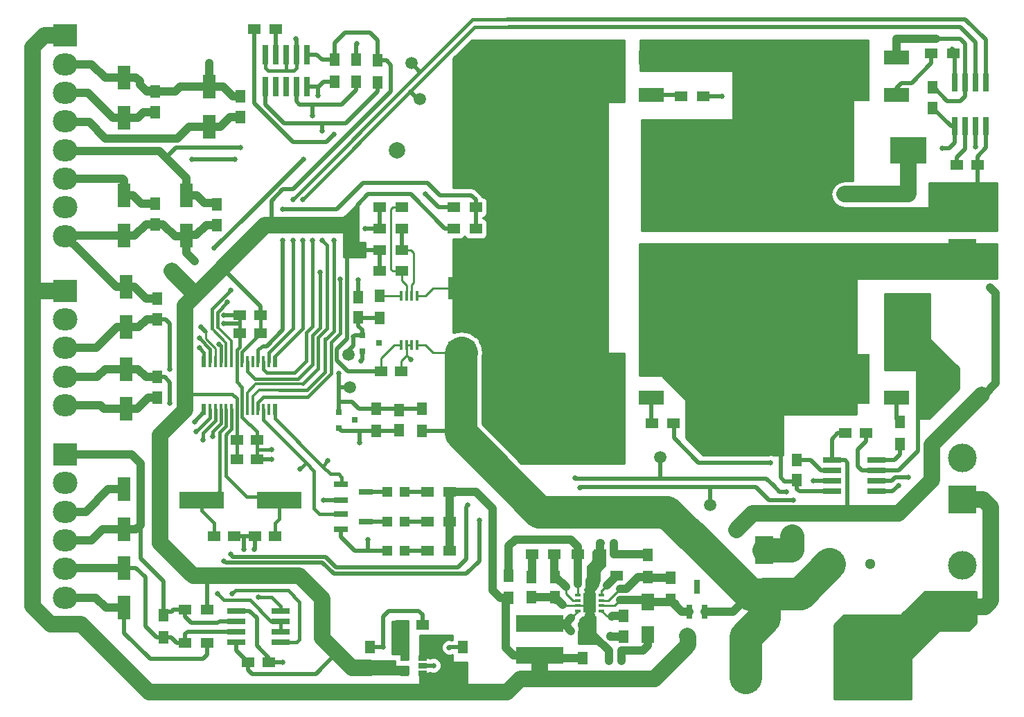
<source format=gtl>
G04 #@! TF.FileFunction,Copper,L1,Top,Signal*
%FSLAX46Y46*%
G04 Gerber Fmt 4.6, Leading zero omitted, Abs format (unit mm)*
G04 Created by KiCad (PCBNEW 4.0.0-stable) date Thursday, 26 May 2016 'pmt' 07:34:14 pm*
%MOMM*%
G01*
G04 APERTURE LIST*
%ADD10C,0.100000*%
%ADD11C,2.000000*%
%ADD12R,1.300000X1.300000*%
%ADD13C,1.300000*%
%ADD14R,1.600000X2.000000*%
%ADD15R,1.500000X1.250000*%
%ADD16R,1.250000X1.500000*%
%ADD17R,4.500880X3.299460*%
%ADD18R,4.498340X3.299460*%
%ADD19R,2.301240X3.500120*%
%ADD20R,0.800100X1.800860*%
%ADD21R,0.800100X0.800100*%
%ADD22R,1.600000X3.000000*%
%ADD23R,1.198880X1.198880*%
%ADD24C,2.540000*%
%ADD25R,5.800000X2.100000*%
%ADD26R,3.500000X3.500000*%
%ADD27C,3.500000*%
%ADD28O,3.000000X2.700000*%
%ADD29R,3.000000X2.700000*%
%ADD30R,0.760000X2.400000*%
%ADD31R,3.048000X1.651000*%
%ADD32R,6.096000X6.096000*%
%ADD33R,1.800860X0.800100*%
%ADD34R,1.500000X1.300000*%
%ADD35R,1.300000X1.500000*%
%ADD36R,3.200000X2.700000*%
%ADD37R,0.400000X1.350000*%
%ADD38R,0.600000X1.350000*%
%ADD39R,1.650000X2.400000*%
%ADD40R,0.800000X0.400000*%
%ADD41R,1.060000X0.650000*%
%ADD42R,0.300000X1.300000*%
%ADD43R,0.700000X2.200000*%
%ADD44R,2.200000X0.700000*%
%ADD45R,5.500000X2.000000*%
%ADD46C,1.500000*%
%ADD47C,0.650000*%
%ADD48C,1.000000*%
%ADD49C,0.500000*%
%ADD50C,4.000000*%
%ADD51C,3.000000*%
%ADD52C,0.250000*%
%ADD53C,0.400000*%
%ADD54C,2.000000*%
%ADD55C,0.300000*%
%ADD56C,0.254000*%
G04 APERTURE END LIST*
D10*
D11*
X155900000Y-72000000D03*
D12*
X208800000Y-122600000D03*
D13*
X213800000Y-122600000D03*
D14*
X186600000Y-127200000D03*
X186600000Y-131200000D03*
D15*
X156550000Y-130000000D03*
X159050000Y-130000000D03*
D16*
X164000000Y-135250000D03*
X164000000Y-132750000D03*
X152600000Y-135250000D03*
X152600000Y-132750000D03*
X204800000Y-112350000D03*
X204800000Y-109850000D03*
D15*
X210750000Y-106600000D03*
X213250000Y-106600000D03*
D16*
X183600000Y-131450000D03*
X183600000Y-128950000D03*
X175200000Y-124150000D03*
X175200000Y-126650000D03*
X172400000Y-124150000D03*
X172400000Y-126650000D03*
D15*
X224350000Y-73800000D03*
X226850000Y-73800000D03*
D16*
X178600000Y-134050000D03*
X178600000Y-131550000D03*
X221400000Y-64350000D03*
X221400000Y-66850000D03*
X151200000Y-92450000D03*
X151200000Y-89950000D03*
D15*
X156450000Y-99000000D03*
X153950000Y-99000000D03*
X137750000Y-134600000D03*
X140250000Y-134600000D03*
X139250000Y-92200000D03*
X136750000Y-92200000D03*
X139250000Y-94400000D03*
X136750000Y-94400000D03*
D16*
X126400000Y-67350000D03*
X126400000Y-64850000D03*
D15*
X133550000Y-119200000D03*
X136050000Y-119200000D03*
X136350000Y-109800000D03*
X138850000Y-109800000D03*
D16*
X136800000Y-67950000D03*
X136800000Y-65450000D03*
D15*
X136350000Y-107400000D03*
X138850000Y-107400000D03*
X141050000Y-119200000D03*
X138550000Y-119200000D03*
D16*
X133900000Y-78650000D03*
X133900000Y-81150000D03*
X126400000Y-78550000D03*
X126400000Y-81050000D03*
X126600000Y-92650000D03*
X126600000Y-90150000D03*
X126600000Y-99750000D03*
X126600000Y-102250000D03*
X156200000Y-103750000D03*
X156200000Y-106250000D03*
D17*
X179600720Y-92000000D03*
D18*
X188399280Y-92000000D03*
D17*
X209600720Y-92000000D03*
D18*
X218399280Y-92000000D03*
D17*
X179600720Y-72000000D03*
D18*
X188399280Y-72000000D03*
D17*
X209600720Y-72000000D03*
D18*
X218399280Y-72000000D03*
D19*
X200800000Y-126300020D03*
X200800000Y-120899980D03*
D20*
X191650000Y-128401140D03*
X193550000Y-128401140D03*
X192600000Y-125398860D03*
D21*
X151699240Y-94650000D03*
X151699240Y-96550000D03*
X153698220Y-95600000D03*
D22*
X122600000Y-113450000D03*
X122600000Y-118350000D03*
X122600000Y-127950000D03*
X122600000Y-123050000D03*
D23*
X156849020Y-121000000D03*
X154750980Y-121000000D03*
X156849020Y-113800000D03*
X154750980Y-113800000D03*
X156849020Y-117400000D03*
X154750980Y-117400000D03*
D22*
X122600000Y-63150000D03*
X122600000Y-68050000D03*
X133000000Y-64250000D03*
X133000000Y-69150000D03*
X130200000Y-82450000D03*
X130200000Y-77550000D03*
X122600000Y-82450000D03*
X122600000Y-77550000D03*
X122800000Y-88750000D03*
X122800000Y-93650000D03*
X122800000Y-103650000D03*
X122800000Y-98750000D03*
D21*
X148799240Y-104050000D03*
X148799240Y-105950000D03*
X150798220Y-105000000D03*
D24*
X198500000Y-136500000D03*
X198500000Y-131500000D03*
X213500000Y-136500000D03*
X213500000Y-131500000D03*
D25*
X173400000Y-129850000D03*
X173400000Y-133750000D03*
D26*
X225000000Y-127800000D03*
D27*
X225000000Y-122720000D03*
D26*
X225000000Y-84600000D03*
D27*
X225000000Y-79520000D03*
D26*
X225000000Y-114700000D03*
D27*
X225000000Y-109620000D03*
D28*
X115400000Y-82500000D03*
X115400000Y-79000000D03*
D29*
X115400000Y-58000000D03*
D28*
X115400000Y-61500000D03*
X115400000Y-65000000D03*
X115400000Y-68500000D03*
X115400000Y-72000000D03*
X115400000Y-75500000D03*
D29*
X115400000Y-89200000D03*
D28*
X115400000Y-92700000D03*
X115400000Y-96200000D03*
X115400000Y-99700000D03*
X115400000Y-103200000D03*
D29*
X115400000Y-109200000D03*
D28*
X115400000Y-112700000D03*
X115400000Y-116200000D03*
X115400000Y-119700000D03*
X115400000Y-123200000D03*
X115400000Y-126700000D03*
D30*
X144900000Y-60350000D03*
X144900000Y-64250000D03*
X143630000Y-60350000D03*
X143630000Y-64250000D03*
X142360000Y-60350000D03*
X142360000Y-64250000D03*
X141090000Y-60350000D03*
X141090000Y-64250000D03*
X139820000Y-60350000D03*
X139820000Y-64250000D03*
D31*
X187000000Y-102286000D03*
D32*
X180650000Y-100000000D03*
D31*
X187000000Y-97714000D03*
X217000000Y-102286000D03*
D32*
X210650000Y-100000000D03*
D31*
X217000000Y-97714000D03*
X187000000Y-65286000D03*
D32*
X180650000Y-63000000D03*
D31*
X187000000Y-60714000D03*
X217000000Y-65286000D03*
D32*
X210650000Y-63000000D03*
D31*
X217000000Y-60714000D03*
D33*
X149098860Y-112850000D03*
X149098860Y-114750000D03*
X152101140Y-113800000D03*
X149098860Y-116450000D03*
X149098860Y-118350000D03*
X152101140Y-117400000D03*
D34*
X187050000Y-105400000D03*
X189750000Y-105400000D03*
D35*
X217400000Y-105250000D03*
X217400000Y-107950000D03*
X189400000Y-126950000D03*
X189400000Y-124250000D03*
X186600000Y-124150000D03*
X186600000Y-121450000D03*
D34*
X182750000Y-124000000D03*
X180050000Y-124000000D03*
D36*
X163800000Y-96750000D03*
X163800000Y-88850000D03*
D34*
X172450000Y-121400000D03*
X175150000Y-121400000D03*
X193350000Y-65400000D03*
X190650000Y-65400000D03*
X223950000Y-60200000D03*
X221250000Y-60200000D03*
X153850000Y-84200000D03*
X156550000Y-84200000D03*
X156550000Y-81600000D03*
X153850000Y-81600000D03*
D35*
X169600000Y-126750000D03*
X169600000Y-124050000D03*
D34*
X178050000Y-121400000D03*
X180750000Y-121400000D03*
X153850000Y-86800000D03*
X156550000Y-86800000D03*
X156550000Y-79000000D03*
X153850000Y-79000000D03*
D35*
X153800000Y-92550000D03*
X153800000Y-89850000D03*
D34*
X141150000Y-57200000D03*
X138450000Y-57200000D03*
D35*
X148300000Y-60950000D03*
X148300000Y-63650000D03*
X150900000Y-63650000D03*
X150900000Y-60950000D03*
X153600000Y-61050000D03*
X153600000Y-63750000D03*
D34*
X132750000Y-128200000D03*
X130050000Y-128200000D03*
D35*
X127400000Y-128850000D03*
X127400000Y-131550000D03*
D34*
X130050000Y-132200000D03*
X132750000Y-132200000D03*
X162350000Y-121000000D03*
X159650000Y-121000000D03*
X162350000Y-113800000D03*
X159650000Y-113800000D03*
X162350000Y-117400000D03*
X159650000Y-117400000D03*
D35*
X159000000Y-106350000D03*
X159000000Y-103650000D03*
X153400000Y-103650000D03*
X153400000Y-106350000D03*
D34*
X162850000Y-81600000D03*
X165550000Y-81600000D03*
X165550000Y-79000000D03*
X162850000Y-79000000D03*
D37*
X133100000Y-103725000D03*
X133750000Y-103725000D03*
X134400000Y-103725000D03*
X135050000Y-103725000D03*
X133100000Y-97875000D03*
X133750000Y-97875000D03*
X134400000Y-97875000D03*
X135050000Y-97875000D03*
X137650000Y-97875000D03*
X137650000Y-97875000D03*
D38*
X141000000Y-97875000D03*
D37*
X140250000Y-97875000D03*
X139600000Y-97875000D03*
X138950000Y-97875000D03*
X138300000Y-97875000D03*
X137650000Y-97875000D03*
X137000000Y-97875000D03*
X136350000Y-97875000D03*
X135700000Y-97875000D03*
D38*
X132350000Y-97875000D03*
X132350000Y-103725000D03*
D37*
X135700000Y-103725000D03*
X136350000Y-103725000D03*
X137000000Y-103725000D03*
X137650000Y-103725000D03*
X138300000Y-103725000D03*
X138950000Y-103725000D03*
X139600000Y-103725000D03*
X140250000Y-103725000D03*
D38*
X141000000Y-103725000D03*
D39*
X179465000Y-127355000D03*
D40*
X180940000Y-128330000D03*
X180940000Y-127680000D03*
X180940000Y-127030000D03*
X180940000Y-126380000D03*
X177990000Y-126380000D03*
X177990000Y-127030000D03*
X177990000Y-127680000D03*
X177990000Y-128330000D03*
D41*
X159100000Y-135950000D03*
X159100000Y-135000000D03*
X159100000Y-134050000D03*
X156900000Y-134050000D03*
X156900000Y-135950000D03*
D42*
X158400000Y-89800000D03*
X157750000Y-89800000D03*
X157100000Y-89800000D03*
X156450000Y-89800000D03*
X156450000Y-95800000D03*
X157100000Y-95800000D03*
X157750000Y-95800000D03*
X158400000Y-95800000D03*
D43*
X224095000Y-69100000D03*
X225365000Y-69100000D03*
X226635000Y-69100000D03*
X227905000Y-69100000D03*
X227905000Y-63700000D03*
X226635000Y-63700000D03*
X225365000Y-63700000D03*
X224095000Y-63700000D03*
D44*
X209100000Y-109895000D03*
X209100000Y-111165000D03*
X209100000Y-112435000D03*
X209100000Y-113705000D03*
X214500000Y-113705000D03*
X214500000Y-112435000D03*
X214500000Y-111165000D03*
X214500000Y-109895000D03*
X141700000Y-132105000D03*
X141700000Y-130835000D03*
X141700000Y-129565000D03*
X141700000Y-128295000D03*
X136300000Y-128295000D03*
X136300000Y-129565000D03*
X136300000Y-130835000D03*
X136300000Y-132105000D03*
D45*
X132050000Y-114800000D03*
X141550000Y-114800000D03*
D46*
X157700000Y-61400000D03*
X158700000Y-65800000D03*
X188100000Y-109500000D03*
X194200000Y-115400000D03*
X150000000Y-97000000D03*
X150200000Y-101000000D03*
D47*
X159400000Y-77400000D03*
X143600000Y-58400000D03*
X151500000Y-97800000D03*
X142000000Y-134600000D03*
X162300000Y-132800000D03*
X154200000Y-132700000D03*
X160400000Y-135000000D03*
X220200000Y-58400000D03*
X221800000Y-58400000D03*
X217000000Y-58400000D03*
X218600000Y-58400000D03*
X218400000Y-77400000D03*
X215800000Y-77400000D03*
X213100000Y-77400000D03*
X210600000Y-77400000D03*
X151200000Y-87900000D03*
X134800000Y-92200000D03*
X138500000Y-120800000D03*
X140600000Y-109800000D03*
X131200000Y-85600000D03*
X133000000Y-61400000D03*
X151000000Y-59000000D03*
X137200000Y-120800000D03*
X152400000Y-119600000D03*
X147000000Y-114800000D03*
X223000000Y-99600000D03*
X221400000Y-97800000D03*
X223000000Y-97800000D03*
X221400000Y-99600000D03*
X140600000Y-108600000D03*
X134800000Y-93200000D03*
X151400000Y-107800000D03*
X157600000Y-97600000D03*
X152000000Y-81600000D03*
X182400000Y-120000000D03*
X180800000Y-120000000D03*
X204200000Y-120800000D03*
X204200000Y-119200000D03*
X183400000Y-134400000D03*
X181800000Y-134400000D03*
X191400000Y-131400000D03*
X197400000Y-118400000D03*
X222600000Y-71800000D03*
X228400000Y-88800000D03*
X128400000Y-86800000D03*
X182000000Y-131400000D03*
X177200000Y-130800000D03*
X131800000Y-95000000D03*
X150600000Y-94800000D03*
X135600000Y-89100000D03*
X135200000Y-90600000D03*
X136800000Y-71700000D03*
X146500000Y-86900000D03*
X130900000Y-73100000D03*
X136100000Y-73100000D03*
X149000000Y-87800000D03*
X128200000Y-98800000D03*
X144100000Y-111000000D03*
X128200000Y-102900000D03*
X147500000Y-110000000D03*
X148800000Y-99300000D03*
X134200000Y-95700000D03*
X132000000Y-93600000D03*
X133600000Y-84000000D03*
X146300000Y-65300000D03*
X144500000Y-73100000D03*
X145600000Y-83000000D03*
X145600000Y-67800000D03*
X146800000Y-83000000D03*
X146800000Y-69700000D03*
X206800000Y-112400000D03*
X201600000Y-110200000D03*
X195600000Y-65400000D03*
X226600000Y-71600000D03*
X148200000Y-70100000D03*
X148200000Y-83000000D03*
X142000000Y-83000000D03*
X142000000Y-79200000D03*
X131400000Y-106400000D03*
X139000000Y-126600000D03*
X144400000Y-78000000D03*
X144400000Y-83000000D03*
X177700000Y-112100000D03*
X203500000Y-113800000D03*
X164600000Y-115400000D03*
X133400000Y-107000000D03*
X135600000Y-121400000D03*
X218400000Y-112000000D03*
X204400000Y-114800000D03*
X132200000Y-107400000D03*
X166000000Y-117200000D03*
X217200000Y-113000000D03*
X134800000Y-122200000D03*
X178300000Y-113300000D03*
X143200000Y-78000000D03*
X143200000Y-83000000D03*
X131800000Y-96200000D03*
X134000000Y-126200000D03*
X131200000Y-105200000D03*
X135800000Y-126200000D03*
D48*
X193550000Y-128401140D02*
X196998900Y-128401140D01*
X196998900Y-128401140D02*
X199100020Y-126300020D01*
D49*
X160850000Y-106350000D02*
X163450000Y-106350000D01*
X159000000Y-106350000D02*
X160850000Y-106350000D01*
X163450000Y-106350000D02*
X163700000Y-106600000D01*
D50*
X166400000Y-109300000D02*
X163700000Y-106600000D01*
X191800000Y-119100000D02*
X188900000Y-116200000D01*
X188900000Y-116200000D02*
X173300000Y-116200000D01*
X173300000Y-116200000D02*
X166400000Y-109300000D01*
X195800000Y-123000000D02*
X191900000Y-119100000D01*
X191900000Y-119100000D02*
X191800000Y-119100000D01*
X163700000Y-106600000D02*
X163700000Y-96850000D01*
X163700000Y-96850000D02*
X163800000Y-96750000D01*
D51*
X195800000Y-123200000D02*
X195800000Y-123000000D01*
X195800000Y-123200000D02*
X195800000Y-123000000D01*
D52*
X158400000Y-95800000D02*
X159400000Y-95800000D01*
X160350000Y-96750000D02*
X163800000Y-96750000D01*
X159400000Y-95800000D02*
X160350000Y-96750000D01*
D49*
X163700000Y-105600000D02*
X163800000Y-105600000D01*
D50*
X200800000Y-126300020D02*
X199100020Y-126300020D01*
X199100020Y-126300020D02*
X197500000Y-124700000D01*
X197500000Y-124700000D02*
X195800000Y-123000000D01*
X198500000Y-136500000D02*
X198500000Y-131500000D01*
X198500000Y-131500000D02*
X200800000Y-129200000D01*
X200800000Y-129200000D02*
X200800000Y-126300020D01*
D51*
X200800000Y-126300020D02*
X200900020Y-126200000D01*
D50*
X200900020Y-126200000D02*
X205200000Y-126200000D01*
X205200000Y-126200000D02*
X208800000Y-122600000D01*
D48*
X125250000Y-64750000D02*
X126300000Y-64750000D01*
X126300000Y-64750000D02*
X126400000Y-64850000D01*
X122600000Y-63150000D02*
X120250000Y-63150000D01*
X131950000Y-64250000D02*
X129450000Y-64250000D01*
X135850000Y-65450000D02*
X134650000Y-64250000D01*
X134650000Y-64250000D02*
X131950000Y-64250000D01*
X136800000Y-65450000D02*
X135850000Y-65450000D01*
X118600000Y-61500000D02*
X115400000Y-61500000D01*
X120250000Y-63150000D02*
X118600000Y-61500000D01*
X124050000Y-63150000D02*
X120250000Y-63150000D01*
X124500000Y-63600000D02*
X124050000Y-63150000D01*
X124500000Y-64000000D02*
X124500000Y-63600000D01*
X125350000Y-64850000D02*
X125250000Y-64750000D01*
X125250000Y-64750000D02*
X124500000Y-64000000D01*
X128850000Y-64850000D02*
X125350000Y-64850000D01*
X129450000Y-64250000D02*
X128850000Y-64850000D01*
D49*
X126500000Y-134200000D02*
X125800000Y-134200000D01*
X122600000Y-131000000D02*
X122600000Y-127950000D01*
X125800000Y-134200000D02*
X122600000Y-131000000D01*
D48*
X122600000Y-113450000D02*
X120650000Y-113450000D01*
X117900000Y-116200000D02*
X115400000Y-116200000D01*
X120650000Y-113450000D02*
X117900000Y-116200000D01*
X122600000Y-127950000D02*
X120350000Y-127950000D01*
X120350000Y-127950000D02*
X119100000Y-126700000D01*
X119100000Y-126700000D02*
X115400000Y-126700000D01*
D49*
X151400000Y-106350000D02*
X153400000Y-106350000D01*
D53*
X136750000Y-93200000D02*
X136750000Y-94400000D01*
D48*
X125250000Y-81050000D02*
X126400000Y-81050000D01*
X122600000Y-82450000D02*
X123850000Y-82450000D01*
X115400000Y-103200000D02*
X118600000Y-103200000D01*
X120150000Y-103650000D02*
X119700000Y-103200000D01*
X119700000Y-103200000D02*
X118600000Y-103200000D01*
X120150000Y-103650000D02*
X122800000Y-103650000D01*
X115400000Y-82500000D02*
X117500000Y-84600000D01*
X121650000Y-88750000D02*
X117500000Y-84600000D01*
X121650000Y-88750000D02*
X122800000Y-88750000D01*
X118600000Y-82450000D02*
X115450000Y-82450000D01*
X115450000Y-82450000D02*
X115400000Y-82500000D01*
X115500000Y-61600000D02*
X115400000Y-61500000D01*
D49*
X162850000Y-79000000D02*
X161000000Y-79000000D01*
X161000000Y-79000000D02*
X159400000Y-77400000D01*
D53*
X142360000Y-60350000D02*
X142360000Y-62300000D01*
X142360000Y-62300000D02*
X142300000Y-62300000D01*
X143600000Y-60320000D02*
X143600000Y-58400000D01*
X143300000Y-62300000D02*
X142300000Y-62300000D01*
X143300000Y-62300000D02*
X143630000Y-61970000D01*
X143630000Y-61970000D02*
X143630000Y-58430000D01*
X143630000Y-58430000D02*
X143600000Y-58400000D01*
X143600000Y-60320000D02*
X143630000Y-60350000D01*
X142360000Y-62300000D02*
X142300000Y-62300000D01*
X139820000Y-60350000D02*
X139820000Y-61920000D01*
X139820000Y-61920000D02*
X140200000Y-62300000D01*
X140200000Y-62300000D02*
X142300000Y-62300000D01*
D49*
X151699240Y-96550000D02*
X151699240Y-97600760D01*
X151699240Y-97600760D02*
X151500000Y-97800000D01*
X140250000Y-134600000D02*
X142000000Y-134600000D01*
X164000000Y-132750000D02*
X162350000Y-132750000D01*
X162350000Y-132750000D02*
X162300000Y-132800000D01*
X159050000Y-130000000D02*
X159050000Y-128750000D01*
X154150000Y-132750000D02*
X154200000Y-132700000D01*
X154150000Y-132750000D02*
X152600000Y-132750000D01*
X154200000Y-129000000D02*
X154200000Y-132700000D01*
X154900000Y-128300000D02*
X154200000Y-129000000D01*
X158600000Y-128300000D02*
X154900000Y-128300000D01*
X159050000Y-128750000D02*
X158600000Y-128300000D01*
X159100000Y-135000000D02*
X160400000Y-135000000D01*
D48*
X220200000Y-58400000D02*
X221800000Y-58400000D01*
X217000000Y-58400000D02*
X218600000Y-58400000D01*
D54*
X215800000Y-77400000D02*
X218400000Y-77400000D01*
X210600000Y-77400000D02*
X213100000Y-77400000D01*
X213100000Y-77400000D02*
X213200000Y-77400000D01*
X215800000Y-77400000D02*
X213200000Y-77400000D01*
D49*
X151200000Y-89950000D02*
X151200000Y-87900000D01*
X136750000Y-92200000D02*
X134800000Y-92200000D01*
X138550000Y-119200000D02*
X138550000Y-120750000D01*
X138550000Y-120750000D02*
X138500000Y-120800000D01*
X138850000Y-109800000D02*
X140600000Y-109800000D01*
D48*
X122800000Y-103650000D02*
X124150000Y-103650000D01*
X125550000Y-102250000D02*
X126600000Y-102250000D01*
X124150000Y-103650000D02*
X125550000Y-102250000D01*
X122800000Y-88750000D02*
X123850000Y-88750000D01*
X123850000Y-88750000D02*
X125250000Y-90150000D01*
X125250000Y-90150000D02*
X126600000Y-90150000D01*
X130200000Y-82450000D02*
X130200000Y-84600000D01*
X130200000Y-84600000D02*
X131200000Y-85600000D01*
X128800000Y-82500000D02*
X130150000Y-82500000D01*
X127350000Y-81050000D02*
X128800000Y-82500000D01*
X125250000Y-81050000D02*
X127350000Y-81050000D01*
X123850000Y-82450000D02*
X125250000Y-81050000D01*
X130150000Y-82500000D02*
X130250000Y-82400000D01*
X130250000Y-82400000D02*
X131400000Y-82400000D01*
X131400000Y-82400000D02*
X132650000Y-81150000D01*
X132650000Y-81150000D02*
X133900000Y-81150000D01*
X122600000Y-82450000D02*
X118600000Y-82450000D01*
X118600000Y-82450000D02*
X118550000Y-82450000D01*
X133000000Y-64250000D02*
X133000000Y-61400000D01*
D49*
X150900000Y-60950000D02*
X150900000Y-59100000D01*
X150900000Y-59100000D02*
X151000000Y-59000000D01*
X137200000Y-119200000D02*
X137200000Y-120800000D01*
X152400000Y-121000000D02*
X152400000Y-119600000D01*
X154750980Y-121000000D02*
X152400000Y-121000000D01*
X152400000Y-121000000D02*
X150800000Y-121000000D01*
X149098860Y-119298860D02*
X149098860Y-118350000D01*
X150800000Y-121000000D02*
X149098860Y-119298860D01*
X149098860Y-114750000D02*
X147050000Y-114750000D01*
X147050000Y-114750000D02*
X147000000Y-114800000D01*
D53*
X137000000Y-103725000D02*
X137000000Y-104600000D01*
X138800000Y-106400000D02*
X138800000Y-107350000D01*
X137000000Y-104600000D02*
X138800000Y-106400000D01*
X138800000Y-107350000D02*
X138850000Y-107400000D01*
D49*
X225200000Y-58800000D02*
X224800000Y-58400000D01*
X225365000Y-58965000D02*
X225200000Y-58800000D01*
X225365000Y-63700000D02*
X225365000Y-58965000D01*
D48*
X218600000Y-58400000D02*
X220200000Y-58400000D01*
X217000000Y-58400000D02*
X217000000Y-60714000D01*
D49*
X224800000Y-58400000D02*
X221800000Y-58400000D01*
D48*
X221400000Y-99600000D02*
X223000000Y-99600000D01*
X223000000Y-97800000D02*
X221400000Y-97800000D01*
X221314000Y-97714000D02*
X221400000Y-97800000D01*
X221314000Y-97714000D02*
X217000000Y-97714000D01*
X223000000Y-99600000D02*
X223000000Y-97800000D01*
D54*
X218399280Y-92000000D02*
X218399280Y-93800720D01*
X217000000Y-95200000D02*
X217000000Y-97714000D01*
X218399280Y-93800720D02*
X217000000Y-95200000D01*
X210600000Y-77400000D02*
X218400000Y-77400000D01*
X218399280Y-77399280D02*
X218400000Y-77400000D01*
X218399280Y-72000000D02*
X218399280Y-77399280D01*
D49*
X221400000Y-64350000D02*
X221550000Y-64350000D01*
X221550000Y-64350000D02*
X223200000Y-66000000D01*
X223200000Y-66000000D02*
X224800000Y-66000000D01*
X224800000Y-66000000D02*
X225365000Y-65435000D01*
X225365000Y-65435000D02*
X225365000Y-63700000D01*
X213250000Y-106600000D02*
X213250000Y-107550000D01*
X212765000Y-111165000D02*
X214500000Y-111165000D01*
X212200000Y-110600000D02*
X212765000Y-111165000D01*
X212200000Y-108600000D02*
X212200000Y-110600000D01*
X213250000Y-107550000D02*
X212200000Y-108600000D01*
X214500000Y-111165000D02*
X217235000Y-111165000D01*
X218914000Y-97714000D02*
X217000000Y-97714000D01*
X219600000Y-98400000D02*
X218914000Y-97714000D01*
X219600000Y-108800000D02*
X219600000Y-98400000D01*
X217235000Y-111165000D02*
X219600000Y-108800000D01*
X138550000Y-119200000D02*
X137200000Y-119200000D01*
X137200000Y-119200000D02*
X136050000Y-119200000D01*
X136050000Y-119200000D02*
X136000000Y-119250000D01*
D53*
X138850000Y-108600000D02*
X140600000Y-108600000D01*
X138850000Y-107400000D02*
X138850000Y-108600000D01*
X138850000Y-108600000D02*
X138850000Y-109800000D01*
D49*
X136750000Y-93200000D02*
X134800000Y-93200000D01*
D53*
X136350000Y-97875000D02*
X136350000Y-100350000D01*
X137000000Y-101000000D02*
X137000000Y-103725000D01*
X136350000Y-100350000D02*
X137000000Y-101000000D01*
X138450000Y-107050000D02*
X138450000Y-107400000D01*
X136350000Y-97875000D02*
X136350000Y-96450000D01*
X136750000Y-96050000D02*
X136750000Y-93200000D01*
X136750000Y-93200000D02*
X136750000Y-92200000D01*
X136350000Y-96450000D02*
X136750000Y-96050000D01*
D49*
X140250000Y-134600000D02*
X140250000Y-134050000D01*
X140250000Y-134050000D02*
X138800000Y-132600000D01*
X138800000Y-132600000D02*
X138800000Y-129200000D01*
X138800000Y-129200000D02*
X137895000Y-128295000D01*
X137895000Y-128295000D02*
X136300000Y-128295000D01*
X132750000Y-132200000D02*
X132750000Y-133650000D01*
X132200000Y-134200000D02*
X126500000Y-134200000D01*
X126500000Y-134200000D02*
X126400000Y-134200000D01*
X132750000Y-133650000D02*
X132200000Y-134200000D01*
X151400000Y-106350000D02*
X151400000Y-107800000D01*
X148799240Y-105950000D02*
X148799240Y-105999240D01*
X148799240Y-105999240D02*
X149150000Y-106350000D01*
X149150000Y-106350000D02*
X151400000Y-106350000D01*
X151400000Y-106350000D02*
X156100000Y-106350000D01*
X156100000Y-106350000D02*
X156200000Y-106250000D01*
D52*
X157100000Y-97000000D02*
X157100000Y-97100000D01*
X157100000Y-97100000D02*
X157600000Y-97600000D01*
X157750000Y-95800000D02*
X157100000Y-95800000D01*
X157100000Y-95800000D02*
X157100000Y-97000000D01*
X156450000Y-97750000D02*
X156450000Y-99000000D01*
X157100000Y-97100000D02*
X156450000Y-97750000D01*
D49*
X153850000Y-79000000D02*
X153850000Y-81600000D01*
X153850000Y-81600000D02*
X152000000Y-81600000D01*
D48*
X180750000Y-121400000D02*
X180750000Y-120050000D01*
X182400000Y-120000000D02*
X182400000Y-121400000D01*
X180750000Y-120050000D02*
X180800000Y-120000000D01*
X179465000Y-127355000D02*
X179465000Y-124585000D01*
X179465000Y-124585000D02*
X180050000Y-124000000D01*
D51*
X200800000Y-120899980D02*
X204100020Y-120899980D01*
X204100020Y-120899980D02*
X204200000Y-120800000D01*
X204200000Y-119200000D02*
X204200000Y-120800000D01*
D48*
X181800000Y-133200000D02*
X181800000Y-134400000D01*
X183400000Y-134400000D02*
X183400000Y-133200000D01*
X186600000Y-131200000D02*
X186600000Y-132600000D01*
X186600000Y-132600000D02*
X186000000Y-133200000D01*
X186000000Y-133200000D02*
X183400000Y-133200000D01*
X180150000Y-131550000D02*
X178600000Y-131550000D01*
X181800000Y-133200000D02*
X180150000Y-131550000D01*
D52*
X177990000Y-127680000D02*
X179140000Y-127680000D01*
X179140000Y-127680000D02*
X179465000Y-127355000D01*
X177990000Y-127680000D02*
X176230000Y-127680000D01*
X176230000Y-127680000D02*
X176150000Y-127600000D01*
D48*
X172400000Y-126650000D02*
X175200000Y-126650000D01*
X175200000Y-126650000D02*
X176150000Y-127600000D01*
X176150000Y-127600000D02*
X176200000Y-127600000D01*
X182400000Y-121400000D02*
X186550000Y-121400000D01*
X186550000Y-121400000D02*
X186600000Y-121450000D01*
X180050000Y-124000000D02*
X180050000Y-123150000D01*
X180750000Y-122450000D02*
X180750000Y-121400000D01*
X180050000Y-123150000D02*
X180750000Y-122450000D01*
X178600000Y-131550000D02*
X178600000Y-130600000D01*
X178600000Y-130600000D02*
X179465000Y-129735000D01*
X179465000Y-129735000D02*
X179465000Y-124585000D01*
X179465000Y-124585000D02*
X180050000Y-124000000D01*
X175100000Y-126750000D02*
X175350000Y-127000000D01*
X189400000Y-126950000D02*
X189400000Y-127100000D01*
X189400000Y-127100000D02*
X190701140Y-128401140D01*
X190701140Y-128401140D02*
X191650000Y-128401140D01*
D52*
X180940000Y-127680000D02*
X182520000Y-127680000D01*
D48*
X183200000Y-127000000D02*
X186400000Y-127000000D01*
D52*
X182520000Y-127680000D02*
X183200000Y-127000000D01*
D48*
X189951140Y-127501140D02*
X189650000Y-127200000D01*
X189650000Y-127200000D02*
X186600000Y-127200000D01*
X186600000Y-127200000D02*
X186400000Y-127000000D01*
D49*
X156550000Y-130000000D02*
X156550000Y-131950000D01*
X156900000Y-132300000D02*
X156900000Y-134050000D01*
X156550000Y-131950000D02*
X156900000Y-132300000D01*
D54*
X191500000Y-132500000D02*
X191500000Y-131500000D01*
X174600000Y-136600000D02*
X187400000Y-136600000D01*
X187400000Y-136600000D02*
X191500000Y-132500000D01*
X191500000Y-131500000D02*
X191400000Y-131400000D01*
X199500000Y-116400000D02*
X199400000Y-116400000D01*
X199400000Y-116400000D02*
X197400000Y-118400000D01*
D48*
X227400000Y-101900000D02*
X227700000Y-101900000D01*
D54*
X227400000Y-101900000D02*
X221300000Y-108000000D01*
X221300000Y-108000000D02*
X221300000Y-112300000D01*
X221300000Y-112300000D02*
X217200000Y-116400000D01*
D49*
X222600000Y-71800000D02*
X223400000Y-71800000D01*
X224095000Y-69100000D02*
X224095000Y-71105000D01*
X223400000Y-71800000D02*
X224095000Y-71105000D01*
D54*
X217200000Y-116400000D02*
X211000000Y-116400000D01*
D48*
X229100000Y-89500000D02*
X228400000Y-88800000D01*
X229100000Y-100500000D02*
X229100000Y-89500000D01*
X227700000Y-101900000D02*
X229100000Y-100500000D01*
D54*
X151600000Y-138200000D02*
X125600000Y-138200000D01*
X111400000Y-127700000D02*
X111400000Y-89200000D01*
X113600000Y-129900000D02*
X111400000Y-127700000D01*
X117300000Y-129900000D02*
X113600000Y-129900000D01*
X125600000Y-138200000D02*
X117300000Y-129900000D01*
D49*
X164000000Y-135250000D02*
X162000000Y-135250000D01*
X162000000Y-135250000D02*
X162000000Y-135200000D01*
X159100000Y-135950000D02*
X159100000Y-136000000D01*
X159100000Y-136000000D02*
X159500000Y-136400000D01*
X162000000Y-135600000D02*
X162000000Y-135200000D01*
X161200000Y-136400000D02*
X162000000Y-135600000D01*
X159500000Y-136400000D02*
X161200000Y-136400000D01*
X162000000Y-135200000D02*
X162000000Y-134600000D01*
X159550000Y-133600000D02*
X159100000Y-134050000D01*
X161000000Y-133600000D02*
X159550000Y-133600000D01*
X162000000Y-134600000D02*
X161000000Y-133600000D01*
D54*
X199400000Y-116500000D02*
X199500000Y-116400000D01*
X199500000Y-116400000D02*
X202400000Y-116400000D01*
X202400000Y-116400000D02*
X211000000Y-116400000D01*
D48*
X169600000Y-126750000D02*
X168550000Y-126750000D01*
X165600000Y-113800000D02*
X162350000Y-113800000D01*
X167600000Y-115800000D02*
X165600000Y-113800000D01*
X167600000Y-125800000D02*
X167600000Y-115800000D01*
X168550000Y-126750000D02*
X167600000Y-125800000D01*
D49*
X224095000Y-69100000D02*
X223650000Y-69100000D01*
X223650000Y-69100000D02*
X221400000Y-66850000D01*
X209100000Y-109895000D02*
X209100000Y-107300000D01*
X209800000Y-106600000D02*
X210750000Y-106600000D01*
X209100000Y-107300000D02*
X209800000Y-106600000D01*
X209100000Y-109895000D02*
X210695000Y-109895000D01*
X211000000Y-110200000D02*
X211000000Y-116400000D01*
X210695000Y-109895000D02*
X211000000Y-110200000D01*
D54*
X115400000Y-89200000D02*
X111400000Y-89200000D01*
X112800000Y-58000000D02*
X115400000Y-58000000D01*
X111400000Y-89200000D02*
X111400000Y-59400000D01*
X111400000Y-59400000D02*
X112800000Y-58000000D01*
D48*
X164000000Y-135250000D02*
X164000000Y-138200000D01*
D54*
X173400000Y-133750000D02*
X173400000Y-136600000D01*
X173400000Y-136600000D02*
X173400000Y-136400000D01*
X173400000Y-136400000D02*
X173400000Y-136600000D01*
X174600000Y-136600000D02*
X173400000Y-136600000D01*
X173400000Y-136600000D02*
X171000000Y-136600000D01*
X171000000Y-136600000D02*
X169400000Y-138200000D01*
X169400000Y-138200000D02*
X164000000Y-138200000D01*
X164000000Y-138200000D02*
X151600000Y-138200000D01*
X151600000Y-138200000D02*
X151400000Y-138200000D01*
D48*
X162350000Y-121000000D02*
X162350000Y-117400000D01*
D54*
X174400000Y-136600000D02*
X174600000Y-136600000D01*
D48*
X162350000Y-117400000D02*
X162350000Y-113800000D01*
X173400000Y-133750000D02*
X170200000Y-133750000D01*
X170200000Y-133750000D02*
X170150000Y-133750000D01*
X169200000Y-132800000D02*
X169200000Y-127150000D01*
X170150000Y-133750000D02*
X169200000Y-132800000D01*
X169200000Y-127150000D02*
X169600000Y-126750000D01*
X178600000Y-134050000D02*
X173700000Y-134050000D01*
X173700000Y-134050000D02*
X173400000Y-133750000D01*
D54*
X128400000Y-86800000D02*
X131200000Y-89600000D01*
X131200000Y-89600000D02*
X131200000Y-89800000D01*
D49*
X149100000Y-95800000D02*
X148600000Y-96300000D01*
X149100000Y-95800000D02*
X149800000Y-95100000D01*
X149800000Y-95100000D02*
X149800000Y-93700000D01*
X149800000Y-84600000D02*
X149900000Y-84500000D01*
X151100000Y-83300000D02*
X150100000Y-84300000D01*
X151400000Y-99000000D02*
X153950000Y-99000000D01*
X150100000Y-84300000D02*
X149900000Y-84500000D01*
X149800000Y-93700000D02*
X149800000Y-84600000D01*
X150300000Y-99000000D02*
X151400000Y-99000000D01*
X149900000Y-99000000D02*
X150300000Y-99000000D01*
X148600000Y-97700000D02*
X149900000Y-99000000D01*
X148600000Y-96300000D02*
X148600000Y-97700000D01*
X151100000Y-81200000D02*
X151100000Y-83300000D01*
X152000000Y-84200000D02*
X153850000Y-84200000D01*
X151100000Y-83300000D02*
X152000000Y-84200000D01*
X152400000Y-77400000D02*
X151100000Y-78700000D01*
X161800000Y-81600000D02*
X157600000Y-77400000D01*
X157600000Y-77400000D02*
X152400000Y-77400000D01*
X162850000Y-81600000D02*
X161800000Y-81600000D01*
D54*
X146200000Y-81200000D02*
X140600000Y-81200000D01*
X146200000Y-81200000D02*
X149400000Y-81200000D01*
D49*
X151100000Y-81200000D02*
X149400000Y-81200000D01*
X151100000Y-78700000D02*
X151100000Y-81200000D01*
X156900000Y-135950000D02*
X155450000Y-135950000D01*
X154750000Y-135250000D02*
X152600000Y-135250000D01*
X155450000Y-135950000D02*
X154750000Y-135250000D01*
X153600000Y-61050000D02*
X154650000Y-61050000D01*
X140600000Y-78200000D02*
X140600000Y-81200000D01*
X142000000Y-76800000D02*
X140600000Y-78200000D01*
X143200000Y-76800000D02*
X142000000Y-76800000D01*
X155200000Y-64800000D02*
X143200000Y-76800000D01*
X155200000Y-61600000D02*
X155200000Y-64800000D01*
X154650000Y-61050000D02*
X155200000Y-61600000D01*
X153600000Y-61050000D02*
X153600000Y-58600000D01*
X153600000Y-58600000D02*
X152600000Y-57600000D01*
X152600000Y-57600000D02*
X149600000Y-57600000D01*
X149600000Y-57600000D02*
X148300000Y-58900000D01*
X148300000Y-58900000D02*
X148300000Y-60950000D01*
X144900000Y-60350000D02*
X146150000Y-60350000D01*
X146750000Y-60950000D02*
X148300000Y-60950000D01*
X146150000Y-60350000D02*
X146750000Y-60950000D01*
D53*
X136350000Y-103725000D02*
X136350000Y-107400000D01*
X136350000Y-107400000D02*
X136350000Y-109800000D01*
X136350000Y-103725000D02*
X136350000Y-102350000D01*
X135800000Y-101800000D02*
X130000000Y-101800000D01*
X136350000Y-102350000D02*
X135800000Y-101800000D01*
D49*
X139250000Y-92200000D02*
X139250000Y-91050000D01*
X134400000Y-86400000D02*
X134400000Y-86600000D01*
X134600000Y-86400000D02*
X134400000Y-86400000D01*
X139250000Y-91050000D02*
X134600000Y-86400000D01*
D53*
X137000000Y-97875000D02*
X137000000Y-96650000D01*
X137000000Y-96650000D02*
X139250000Y-94400000D01*
X139250000Y-94400000D02*
X139250000Y-92200000D01*
D49*
X132750000Y-128200000D02*
X132750000Y-124000000D01*
X132750000Y-124000000D02*
X132600000Y-124000000D01*
X137750000Y-134600000D02*
X137750000Y-135550000D01*
X146000000Y-136000000D02*
X148600000Y-133400000D01*
X138200000Y-136000000D02*
X146000000Y-136000000D01*
X137750000Y-135550000D02*
X138200000Y-136000000D01*
X136300000Y-132105000D02*
X136300000Y-133150000D01*
X136300000Y-133150000D02*
X137750000Y-134600000D01*
D54*
X152600000Y-135250000D02*
X150450000Y-135250000D01*
X150450000Y-135250000D02*
X148600000Y-133400000D01*
X139800000Y-81200000D02*
X140600000Y-81200000D01*
X134400000Y-86600000D02*
X139800000Y-81200000D01*
X130000000Y-91000000D02*
X131200000Y-89800000D01*
X130000000Y-101800000D02*
X130000000Y-91000000D01*
X148600000Y-133400000D02*
X146800000Y-131600000D01*
X146800000Y-131600000D02*
X146800000Y-126800000D01*
X146800000Y-126800000D02*
X144000000Y-124000000D01*
X144000000Y-124000000D02*
X132600000Y-124000000D01*
X132600000Y-124000000D02*
X131000000Y-124000000D01*
X130000000Y-103800000D02*
X130000000Y-101800000D01*
X129000000Y-104800000D02*
X130000000Y-103800000D01*
X127000000Y-106800000D02*
X129000000Y-104800000D01*
X127000000Y-120000000D02*
X127000000Y-106800000D01*
X131000000Y-124000000D02*
X127000000Y-120000000D01*
X131200000Y-89800000D02*
X134400000Y-86600000D01*
D52*
X156450000Y-95800000D02*
X155600000Y-95800000D01*
X155600000Y-95800000D02*
X153950000Y-97450000D01*
X153950000Y-97450000D02*
X153950000Y-99000000D01*
D49*
X153850000Y-84200000D02*
X153850000Y-86800000D01*
X205900000Y-113705000D02*
X205105000Y-113705000D01*
X204800000Y-113400000D02*
X204800000Y-112350000D01*
X205105000Y-113705000D02*
X204800000Y-113400000D01*
X204800000Y-112350000D02*
X204650000Y-112500000D01*
X204650000Y-112500000D02*
X203300000Y-112500000D01*
X203300000Y-112500000D02*
X202800000Y-112000000D01*
X202800000Y-112000000D02*
X202800000Y-97800000D01*
X209100000Y-113705000D02*
X205900000Y-113705000D01*
X205900000Y-113705000D02*
X205855000Y-113705000D01*
X188399280Y-92000000D02*
X188399280Y-94400720D01*
X187000000Y-95800000D02*
X187000000Y-97714000D01*
X188399280Y-94400720D02*
X187000000Y-95800000D01*
X187000000Y-97714000D02*
X187086000Y-97800000D01*
X187086000Y-97800000D02*
X202800000Y-97800000D01*
X202800000Y-97800000D02*
X208450000Y-97800000D01*
X208450000Y-97800000D02*
X209600720Y-96649280D01*
X209600720Y-96649280D02*
X209600720Y-92000000D01*
X206750000Y-110150000D02*
X206500000Y-109900000D01*
X207765000Y-111165000D02*
X206750000Y-110150000D01*
X209100000Y-111165000D02*
X207765000Y-111165000D01*
X206500000Y-109900000D02*
X204850000Y-109900000D01*
X204850000Y-109900000D02*
X204800000Y-109850000D01*
D48*
X183600000Y-131450000D02*
X182050000Y-131450000D01*
X182050000Y-131450000D02*
X182000000Y-131400000D01*
X177200000Y-130800000D02*
X176550000Y-130150000D01*
X176550000Y-130150000D02*
X176550000Y-129850000D01*
D52*
X177990000Y-128330000D02*
X177990000Y-128410000D01*
X177990000Y-128410000D02*
X177200000Y-129200000D01*
D48*
X173400000Y-129850000D02*
X176550000Y-129850000D01*
X176550000Y-129850000D02*
X177200000Y-129200000D01*
D52*
X180940000Y-128330000D02*
X180940000Y-128340000D01*
X180940000Y-128340000D02*
X181550000Y-128950000D01*
X181550000Y-128950000D02*
X182250000Y-128950000D01*
D48*
X183600000Y-128950000D02*
X182250000Y-128950000D01*
X182250000Y-128950000D02*
X182200000Y-129000000D01*
D52*
X177990000Y-127030000D02*
X177430000Y-127030000D01*
D48*
X176600000Y-125400000D02*
X175350000Y-124150000D01*
D52*
X176600000Y-126200000D02*
X176600000Y-125400000D01*
X177430000Y-127030000D02*
X176600000Y-126200000D01*
D48*
X175200000Y-124150000D02*
X175350000Y-124150000D01*
X175150000Y-121400000D02*
X175150000Y-124100000D01*
X175150000Y-124100000D02*
X175200000Y-124150000D01*
X172450000Y-121400000D02*
X172450000Y-124100000D01*
X172450000Y-124100000D02*
X172400000Y-124150000D01*
D49*
X225365000Y-69100000D02*
X225365000Y-71835000D01*
X224350000Y-72850000D02*
X224350000Y-73800000D01*
X225365000Y-71835000D02*
X224350000Y-72850000D01*
X226850000Y-73800000D02*
X226850000Y-76850000D01*
X226850000Y-76850000D02*
X226800000Y-76900000D01*
X227905000Y-69100000D02*
X227905000Y-71695000D01*
X226850000Y-72750000D02*
X226850000Y-73800000D01*
X227905000Y-71695000D02*
X226850000Y-72750000D01*
X187000000Y-60714000D02*
X196714000Y-60714000D01*
X199000000Y-63000000D02*
X210650000Y-63000000D01*
X196714000Y-60714000D02*
X199000000Y-63000000D01*
X210650000Y-63000000D02*
X209600720Y-64049280D01*
X209600720Y-64049280D02*
X209600720Y-72000000D01*
X209600720Y-72000000D02*
X188399280Y-72000000D01*
X150000000Y-97000000D02*
X150000000Y-96500000D01*
X150000000Y-96500000D02*
X150600000Y-95900000D01*
X150600000Y-95900000D02*
X150600000Y-94800000D01*
D53*
X133100000Y-96300000D02*
X131800000Y-95000000D01*
X133100000Y-97875000D02*
X133100000Y-96300000D01*
D49*
X150750000Y-94650000D02*
X151699240Y-94650000D01*
X150600000Y-94800000D02*
X150750000Y-94650000D01*
X151699240Y-94650000D02*
X151700000Y-94649240D01*
X151700000Y-94649240D02*
X151700000Y-94000000D01*
X151700000Y-94000000D02*
X151200000Y-93500000D01*
X151200000Y-93500000D02*
X151200000Y-92450000D01*
X153800000Y-92550000D02*
X151300000Y-92550000D01*
X151300000Y-92550000D02*
X151200000Y-92450000D01*
D48*
X122600000Y-68050000D02*
X124250000Y-68050000D01*
X126400000Y-67350000D02*
X124950000Y-67350000D01*
X118200000Y-65000000D02*
X115400000Y-65000000D01*
X121250000Y-68050000D02*
X118200000Y-65000000D01*
X124250000Y-68050000D02*
X121250000Y-68050000D01*
X124950000Y-67350000D02*
X124250000Y-68050000D01*
D53*
X133300000Y-91400000D02*
X135600000Y-89100000D01*
D55*
X135050000Y-97875000D02*
X135050000Y-95550000D01*
X135050000Y-95550000D02*
X133300000Y-93800000D01*
D53*
X133300000Y-93800000D02*
X133300000Y-91400000D01*
X134300000Y-106500000D02*
X134300000Y-113700000D01*
X135050000Y-105750000D02*
X134300000Y-106500000D01*
X135050000Y-103725000D02*
X135050000Y-104800000D01*
X135050000Y-104800000D02*
X135050000Y-105750000D01*
X134300000Y-113700000D02*
X133200000Y-114800000D01*
X133200000Y-114800000D02*
X132050000Y-114800000D01*
X133200000Y-114800000D02*
X132050000Y-114800000D01*
X132050000Y-114800000D02*
X132050000Y-116050000D01*
X133550000Y-117550000D02*
X133550000Y-119200000D01*
X132050000Y-116050000D02*
X133550000Y-117550000D01*
X132800000Y-114800000D02*
X132050000Y-114800000D01*
D48*
X133000000Y-69150000D02*
X130550000Y-69150000D01*
X118300000Y-68600000D02*
X115500000Y-68600000D01*
X120300000Y-70600000D02*
X118300000Y-68600000D01*
X129100000Y-70600000D02*
X120300000Y-70600000D01*
X130550000Y-69150000D02*
X129100000Y-70600000D01*
D53*
X134000000Y-91800000D02*
X134000000Y-93600000D01*
D55*
X135700000Y-95300000D02*
X134000000Y-93600000D01*
X135700000Y-95300000D02*
X135700000Y-97875000D01*
D53*
X134000000Y-91800000D02*
X135200000Y-90600000D01*
D48*
X115500000Y-68600000D02*
X115400000Y-68500000D01*
X136800000Y-67950000D02*
X135550000Y-67950000D01*
X135550000Y-67950000D02*
X134350000Y-69150000D01*
X134350000Y-69150000D02*
X133000000Y-69150000D01*
D53*
X135700000Y-105200000D02*
X135700000Y-106100000D01*
X135000000Y-111800000D02*
X137600000Y-114400000D01*
X137600000Y-114400000D02*
X141150000Y-114400000D01*
X135000000Y-106800000D02*
X135000000Y-111800000D01*
X135200000Y-106600000D02*
X135000000Y-106800000D01*
X135700000Y-106100000D02*
X135200000Y-106600000D01*
X141050000Y-119200000D02*
X141050000Y-117550000D01*
X141550000Y-117050000D02*
X141550000Y-114800000D01*
X141050000Y-117550000D02*
X141550000Y-117050000D01*
X135700000Y-105300000D02*
X135700000Y-105200000D01*
X135700000Y-105200000D02*
X135700000Y-103725000D01*
X141150000Y-114400000D02*
X141550000Y-114800000D01*
D48*
X115500000Y-72100000D02*
X118400000Y-72100000D01*
X126900000Y-72100000D02*
X127600000Y-72800000D01*
X126900000Y-72100000D02*
X118400000Y-72100000D01*
X115500000Y-72100000D02*
X115400000Y-72000000D01*
D53*
X146500000Y-86900000D02*
X146500000Y-93700000D01*
X146500000Y-93700000D02*
X145600000Y-94600000D01*
D49*
X128900000Y-71700000D02*
X127700000Y-72900000D01*
X127700000Y-72900000D02*
X127600000Y-72800000D01*
X136800000Y-71700000D02*
X128900000Y-71700000D01*
D53*
X143800000Y-100000000D02*
X145600000Y-98200000D01*
X145600000Y-98200000D02*
X145600000Y-94600000D01*
X143100000Y-100000000D02*
X143800000Y-100000000D01*
D48*
X130200000Y-77550000D02*
X131450000Y-77550000D01*
X132400000Y-78500000D02*
X133750000Y-78500000D01*
X131450000Y-77550000D02*
X132400000Y-78500000D01*
X133750000Y-78500000D02*
X133900000Y-78650000D01*
X130200000Y-77550000D02*
X130200000Y-75400000D01*
X130200000Y-75400000D02*
X127600000Y-72800000D01*
D53*
X137650000Y-97875000D02*
X137650000Y-99050000D01*
X138600000Y-100000000D02*
X143100000Y-100000000D01*
X143100000Y-100000000D02*
X143200000Y-100000000D01*
X137650000Y-99050000D02*
X138600000Y-100000000D01*
D49*
X136100000Y-73100000D02*
X130900000Y-73100000D01*
D48*
X115400000Y-75500000D02*
X118000000Y-75500000D01*
X122600000Y-75700000D02*
X122400000Y-75500000D01*
X122400000Y-75500000D02*
X118000000Y-75500000D01*
X122600000Y-75700000D02*
X122600000Y-77550000D01*
D53*
X149000000Y-87800000D02*
X149000000Y-91500000D01*
X147900000Y-99300000D02*
X147900000Y-95500000D01*
X147900000Y-95500000D02*
X149000000Y-94400000D01*
X149000000Y-94400000D02*
X149000000Y-91500000D01*
X138950000Y-102850000D02*
X139600000Y-102200000D01*
X139600000Y-102200000D02*
X145000000Y-102200000D01*
X145000000Y-102200000D02*
X147700000Y-99500000D01*
X138950000Y-102850000D02*
X138950000Y-103725000D01*
X147700000Y-99500000D02*
X147900000Y-99300000D01*
D48*
X122600000Y-77550000D02*
X123650000Y-77550000D01*
X124650000Y-78550000D02*
X126400000Y-78550000D01*
X123650000Y-77550000D02*
X124650000Y-78550000D01*
X115400000Y-96200000D02*
X118100000Y-96200000D01*
X121750000Y-93650000D02*
X119200000Y-96200000D01*
X119200000Y-96200000D02*
X118100000Y-96200000D01*
X121750000Y-93650000D02*
X122800000Y-93650000D01*
D49*
X128200000Y-98800000D02*
X128200000Y-93200000D01*
D53*
X144850000Y-110250000D02*
X144100000Y-111000000D01*
D49*
X127650000Y-92650000D02*
X126600000Y-92650000D01*
X128200000Y-93200000D02*
X127650000Y-92650000D01*
D48*
X122800000Y-93650000D02*
X124350000Y-93650000D01*
X124350000Y-93650000D02*
X125350000Y-92650000D01*
X125350000Y-92650000D02*
X126600000Y-92650000D01*
D53*
X139600000Y-103725000D02*
X139600000Y-105000000D01*
X146450000Y-116450000D02*
X149098860Y-116450000D01*
X145800000Y-115800000D02*
X146450000Y-116450000D01*
X145800000Y-111200000D02*
X145800000Y-115800000D01*
X139600000Y-105000000D02*
X144850000Y-110250000D01*
X144850000Y-110250000D02*
X145800000Y-111200000D01*
D48*
X115400000Y-99700000D02*
X118300000Y-99700000D01*
X120250000Y-98750000D02*
X119300000Y-99700000D01*
X119300000Y-99700000D02*
X118300000Y-99700000D01*
X120250000Y-98750000D02*
X122800000Y-98750000D01*
D49*
X128200000Y-102900000D02*
X128200000Y-100400000D01*
D53*
X146800000Y-110600000D02*
X146900000Y-110600000D01*
X146900000Y-110600000D02*
X147500000Y-110000000D01*
D49*
X127550000Y-99750000D02*
X126600000Y-99750000D01*
X128200000Y-100400000D02*
X127550000Y-99750000D01*
D48*
X122800000Y-98750000D02*
X124250000Y-98750000D01*
X124250000Y-98750000D02*
X125250000Y-99750000D01*
X125250000Y-99750000D02*
X126600000Y-99750000D01*
D53*
X141000000Y-103725000D02*
X141000000Y-104800000D01*
X149200000Y-112000000D02*
X149200000Y-112748860D01*
X148800000Y-111600000D02*
X149200000Y-112000000D01*
X147800000Y-111600000D02*
X148800000Y-111600000D01*
X141000000Y-104800000D02*
X146800000Y-110600000D01*
X146800000Y-110600000D02*
X147800000Y-111600000D01*
X149200000Y-112748860D02*
X149098860Y-112850000D01*
D49*
X150200000Y-101000000D02*
X148799240Y-101000000D01*
X148799240Y-101000000D02*
X148800000Y-101000000D01*
X148800000Y-101000000D02*
X148799240Y-101000000D01*
X153400000Y-103650000D02*
X151250000Y-103650000D01*
X150400000Y-102800000D02*
X148799240Y-102800000D01*
X151250000Y-103650000D02*
X150400000Y-102800000D01*
X148800000Y-99300000D02*
X148799240Y-99300760D01*
X148799240Y-99300760D02*
X148799240Y-101000000D01*
X148799240Y-101000000D02*
X148799240Y-102800000D01*
D53*
X134400000Y-95900000D02*
X134200000Y-95700000D01*
X134400000Y-97875000D02*
X134400000Y-96400000D01*
X134400000Y-96400000D02*
X134400000Y-95900000D01*
D49*
X148799240Y-102800000D02*
X148799240Y-104050000D01*
X159000000Y-103650000D02*
X156300000Y-103650000D01*
X156300000Y-103650000D02*
X153400000Y-103650000D01*
X153400000Y-103650000D02*
X153150000Y-103400000D01*
X163800000Y-88850000D02*
X170350000Y-88850000D01*
X176000000Y-83200000D02*
X179600720Y-83200000D01*
X170350000Y-88850000D02*
X176000000Y-83200000D01*
X179600720Y-92000000D02*
X179600720Y-83200000D01*
X179600720Y-83200000D02*
X179600720Y-72000000D01*
X179600720Y-72000000D02*
X180650000Y-70950720D01*
X180650000Y-70950720D02*
X180650000Y-63000000D01*
X179600720Y-92000000D02*
X179600720Y-98950720D01*
X179600720Y-98950720D02*
X180650000Y-100000000D01*
D52*
X158400000Y-89800000D02*
X159400000Y-89800000D01*
X160350000Y-88850000D02*
X163800000Y-88850000D01*
X159400000Y-89800000D02*
X160350000Y-88850000D01*
D49*
X127400000Y-128850000D02*
X127400000Y-124700000D01*
X124600000Y-121900000D02*
X124600000Y-117800000D01*
X127400000Y-124700000D02*
X124600000Y-121900000D01*
D48*
X122600000Y-118350000D02*
X124050000Y-118350000D01*
X124050000Y-118350000D02*
X124600000Y-117800000D01*
X123500000Y-109200000D02*
X115400000Y-109200000D01*
X124600000Y-117800000D02*
X124600000Y-110300000D01*
X124600000Y-110300000D02*
X123500000Y-109200000D01*
X122600000Y-118350000D02*
X119950000Y-118350000D01*
X118600000Y-119700000D02*
X115400000Y-119700000D01*
X119950000Y-118350000D02*
X118600000Y-119700000D01*
D49*
X136300000Y-129565000D02*
X134235000Y-129565000D01*
X130050000Y-129050000D02*
X130050000Y-128200000D01*
X130800000Y-129800000D02*
X130050000Y-129050000D01*
X134000000Y-129800000D02*
X130800000Y-129800000D01*
X134235000Y-129565000D02*
X134000000Y-129800000D01*
X130050000Y-128200000D02*
X128600000Y-128200000D01*
X128400000Y-128400000D02*
X127850000Y-128400000D01*
X128600000Y-128200000D02*
X128400000Y-128400000D01*
X127850000Y-128400000D02*
X127400000Y-128850000D01*
X125200000Y-128500000D02*
X125200000Y-124200000D01*
X124050000Y-123050000D02*
X122600000Y-123050000D01*
X125200000Y-124200000D02*
X124050000Y-123050000D01*
D48*
X122600000Y-123050000D02*
X115550000Y-123050000D01*
X115550000Y-123050000D02*
X115400000Y-123200000D01*
D49*
X126600000Y-131550000D02*
X127400000Y-131550000D01*
X129000000Y-132200000D02*
X128350000Y-131550000D01*
X128350000Y-131550000D02*
X126600000Y-131550000D01*
X126600000Y-131550000D02*
X126550000Y-131550000D01*
X126550000Y-131550000D02*
X125200000Y-130200000D01*
X125200000Y-130200000D02*
X125200000Y-128500000D01*
X125200000Y-128500000D02*
X125200000Y-128400000D01*
X129000000Y-132200000D02*
X130050000Y-132200000D01*
X136300000Y-130835000D02*
X130365000Y-130835000D01*
X130050000Y-131150000D02*
X130050000Y-132200000D01*
X130365000Y-130835000D02*
X130050000Y-131150000D01*
X159650000Y-121000000D02*
X156849020Y-121000000D01*
X159650000Y-113800000D02*
X156849020Y-113800000D01*
X154750980Y-113800000D02*
X152101140Y-113800000D01*
X159650000Y-117400000D02*
X156849020Y-117400000D01*
X154750980Y-117400000D02*
X152101140Y-117400000D01*
D48*
X225000000Y-127800000D02*
X221500000Y-127800000D01*
X217800000Y-131500000D02*
X213500000Y-131500000D01*
X221500000Y-127800000D02*
X217800000Y-131500000D01*
D54*
X225000000Y-114700000D02*
X227600000Y-114700000D01*
X227800000Y-127800000D02*
X225000000Y-127800000D01*
X228500000Y-127100000D02*
X227800000Y-127800000D01*
X228500000Y-115600000D02*
X228500000Y-127100000D01*
X227600000Y-114700000D02*
X228500000Y-115600000D01*
D49*
X137800000Y-79800000D02*
X144500000Y-73100000D01*
X133600000Y-84000000D02*
X137800000Y-79800000D01*
D52*
X133750000Y-97875000D02*
X133750000Y-96207536D01*
X132600000Y-95057536D02*
X132600000Y-94200000D01*
X133750000Y-96207536D02*
X132600000Y-95057536D01*
D49*
X132600000Y-94200000D02*
X132000000Y-93600000D01*
X146300000Y-64250000D02*
X146350000Y-64250000D01*
X146300000Y-65300000D02*
X146300000Y-64250000D01*
X144900000Y-64250000D02*
X146350000Y-64250000D01*
X146950000Y-63650000D02*
X148300000Y-63650000D01*
X146350000Y-64250000D02*
X146950000Y-63650000D01*
D53*
X143400000Y-99200000D02*
X144800000Y-97800000D01*
X144800000Y-97800000D02*
X144800000Y-94300000D01*
X144800000Y-94300000D02*
X145600000Y-93500000D01*
X145600000Y-93500000D02*
X145600000Y-83000000D01*
X141900000Y-99200000D02*
X143400000Y-99200000D01*
D49*
X145600000Y-67800000D02*
X145600000Y-66400000D01*
X150900000Y-63650000D02*
X150900000Y-64700000D01*
X150900000Y-64700000D02*
X149200000Y-66400000D01*
X149200000Y-66400000D02*
X145600000Y-66400000D01*
X143630000Y-66030000D02*
X143630000Y-64250000D01*
X145600000Y-66400000D02*
X144000000Y-66400000D01*
X144000000Y-66400000D02*
X143630000Y-66030000D01*
D53*
X139600000Y-97875000D02*
X139600000Y-98800000D01*
X140000000Y-99200000D02*
X141900000Y-99200000D01*
X141900000Y-99200000D02*
X142000000Y-99200000D01*
X139600000Y-98800000D02*
X140000000Y-99200000D01*
D49*
X141090000Y-60350000D02*
X141090000Y-57260000D01*
X141090000Y-57260000D02*
X141150000Y-57200000D01*
D53*
X147400000Y-83600000D02*
X146800000Y-83000000D01*
X146300000Y-98399998D02*
X146300000Y-94900000D01*
X146300000Y-98700000D02*
X144400000Y-100600000D01*
D55*
X137650000Y-103725000D02*
X137650000Y-101650000D01*
X138700000Y-100600000D02*
X141500000Y-100600000D01*
X137650000Y-101650000D02*
X138700000Y-100600000D01*
X144400000Y-100600000D02*
X141500000Y-100600000D01*
D53*
X146300000Y-98399998D02*
X146300000Y-98700000D01*
X146300000Y-94900000D02*
X147400000Y-93800000D01*
X147400000Y-93800000D02*
X147400000Y-83600000D01*
D49*
X146800000Y-69700000D02*
X146800000Y-68700000D01*
X141000000Y-67600000D02*
X141900000Y-68500000D01*
X153600000Y-64800000D02*
X150800000Y-67600000D01*
X141000000Y-67600000D02*
X139820000Y-66420000D01*
X139820000Y-64250000D02*
X139820000Y-66420000D01*
X153600000Y-64800000D02*
X153600000Y-63750000D01*
X149700000Y-68700000D02*
X150800000Y-67600000D01*
X142100000Y-68700000D02*
X146800000Y-68700000D01*
X146800000Y-68700000D02*
X149700000Y-68700000D01*
X141900000Y-68500000D02*
X142100000Y-68700000D01*
X187000000Y-102286000D02*
X187000000Y-105350000D01*
X187000000Y-105350000D02*
X187050000Y-105400000D01*
X217000000Y-102286000D02*
X217000000Y-104850000D01*
X217000000Y-104850000D02*
X217400000Y-105250000D01*
X187000000Y-65286000D02*
X190536000Y-65286000D01*
X190536000Y-65286000D02*
X190650000Y-65400000D01*
X221250000Y-60200000D02*
X221250000Y-61350000D01*
X217000000Y-64400000D02*
X217000000Y-65286000D01*
X217600000Y-63800000D02*
X217000000Y-64400000D01*
X218800000Y-63800000D02*
X217600000Y-63800000D01*
X221250000Y-61350000D02*
X218800000Y-63800000D01*
X217314000Y-65286000D02*
X217000000Y-65286000D01*
X206835000Y-112435000D02*
X206800000Y-112400000D01*
X209100000Y-112435000D02*
X206835000Y-112435000D01*
X189800000Y-107200000D02*
X189800000Y-105450000D01*
X192800000Y-110200000D02*
X189800000Y-107200000D01*
X201600000Y-110200000D02*
X192800000Y-110200000D01*
X189800000Y-105450000D02*
X189750000Y-105400000D01*
X214500000Y-109895000D02*
X216705000Y-109895000D01*
X217400000Y-109200000D02*
X217400000Y-107950000D01*
X216705000Y-109895000D02*
X217400000Y-109200000D01*
D52*
X180940000Y-127030000D02*
X181770000Y-127030000D01*
X181770000Y-127030000D02*
X183200000Y-125600000D01*
D48*
X183200000Y-125600000D02*
X184000000Y-125600000D01*
X185400000Y-124200000D02*
X186650000Y-124200000D01*
X185400000Y-124200000D02*
X184000000Y-125600000D01*
X189400000Y-124250000D02*
X186700000Y-124250000D01*
X186700000Y-124250000D02*
X186650000Y-124200000D01*
D52*
X180940000Y-125810000D02*
X180990000Y-125810000D01*
X180940000Y-126380000D02*
X180940000Y-125810000D01*
D48*
X181600000Y-125200000D02*
X182750000Y-124050000D01*
D52*
X180990000Y-125810000D02*
X181600000Y-125200000D01*
D48*
X182750000Y-124000000D02*
X182750000Y-124050000D01*
D49*
X193350000Y-65400000D02*
X195600000Y-65400000D01*
X226635000Y-71565000D02*
X226600000Y-71600000D01*
X226635000Y-71565000D02*
X226635000Y-69100000D01*
X224095000Y-63700000D02*
X224095000Y-60345000D01*
X224095000Y-60345000D02*
X223950000Y-60200000D01*
X224095000Y-59945000D02*
X223750000Y-59600000D01*
D52*
X157750000Y-89800000D02*
X157750000Y-88450000D01*
X157600000Y-84200000D02*
X156550000Y-84200000D01*
X158000000Y-84600000D02*
X157600000Y-84200000D01*
X158000000Y-88200000D02*
X158000000Y-84600000D01*
X157750000Y-88450000D02*
X158000000Y-88200000D01*
D49*
X156550000Y-81600000D02*
X156550000Y-84200000D01*
D48*
X178050000Y-121400000D02*
X178050000Y-120450000D01*
X169600000Y-120400000D02*
X169600000Y-124050000D01*
X170400000Y-119600000D02*
X169600000Y-120400000D01*
X177200000Y-119600000D02*
X170400000Y-119600000D01*
X178050000Y-120450000D02*
X177200000Y-119600000D01*
D52*
X177990000Y-126380000D02*
X177990000Y-125010000D01*
X177990000Y-125010000D02*
X178050000Y-124950000D01*
D48*
X178050000Y-121400000D02*
X178050000Y-124950000D01*
X178050000Y-124950000D02*
X178000000Y-125000000D01*
D52*
X157100000Y-89800000D02*
X157100000Y-88500000D01*
X156550000Y-87950000D02*
X156550000Y-86800000D01*
X157100000Y-88500000D02*
X156550000Y-87950000D01*
X156550000Y-79000000D02*
X155400000Y-79000000D01*
X155400000Y-86800000D02*
X156550000Y-86800000D01*
X155200000Y-86600000D02*
X155400000Y-86800000D01*
X155200000Y-79200000D02*
X155200000Y-86600000D01*
X155400000Y-79000000D02*
X155200000Y-79200000D01*
X156450000Y-89800000D02*
X153850000Y-89800000D01*
X153850000Y-89800000D02*
X153800000Y-89850000D01*
D49*
X148200000Y-70100000D02*
X147300000Y-71000000D01*
D53*
X148200000Y-83000000D02*
X148200000Y-83500000D01*
X147100000Y-95200000D02*
X148200000Y-94100000D01*
X148200000Y-94100000D02*
X148200000Y-89400000D01*
X148200000Y-89400000D02*
X148200000Y-83500000D01*
D49*
X138450000Y-66250000D02*
X138450000Y-57200000D01*
X143200000Y-71000000D02*
X138450000Y-66250000D01*
X147300000Y-71000000D02*
X143200000Y-71000000D01*
D53*
X141500000Y-101300000D02*
X144900000Y-101300000D01*
D55*
X138300000Y-102100000D02*
X139100000Y-101300000D01*
X139100000Y-101300000D02*
X141500000Y-101300000D01*
X138300000Y-103725000D02*
X138300000Y-102100000D01*
D53*
X147100000Y-99100000D02*
X147100000Y-95200000D01*
X147100000Y-95200000D02*
X147100000Y-95100000D01*
X144900000Y-101300000D02*
X147100000Y-99100000D01*
D49*
X165550000Y-79000000D02*
X165550000Y-78050000D01*
X148600000Y-79200000D02*
X142000000Y-79200000D01*
X151800000Y-76000000D02*
X148600000Y-79200000D01*
X159700000Y-76000000D02*
X151800000Y-76000000D01*
X161200000Y-77500000D02*
X159700000Y-76000000D01*
X165000000Y-77500000D02*
X161200000Y-77500000D01*
X165550000Y-78050000D02*
X165000000Y-77500000D01*
D53*
X139600000Y-96000000D02*
X139400000Y-96000000D01*
X139400000Y-96000000D02*
X138950000Y-96450000D01*
X138950000Y-96450000D02*
X138950000Y-97875000D01*
D49*
X140000000Y-96000000D02*
X139600000Y-96000000D01*
X142000000Y-94000000D02*
X140000000Y-96000000D01*
X142000000Y-83000000D02*
X142000000Y-94000000D01*
X142000000Y-83000000D02*
X142000000Y-83000000D01*
X165550000Y-79000000D02*
X165550000Y-81600000D01*
D53*
X133100000Y-104700000D02*
X131400000Y-106400000D01*
X133100000Y-103725000D02*
X133100000Y-104700000D01*
X141700000Y-127700000D02*
X141700000Y-128295000D01*
X140600000Y-126600000D02*
X141700000Y-127700000D01*
X139000000Y-126600000D02*
X140600000Y-126600000D01*
D49*
X158700000Y-65800000D02*
X158500000Y-65800000D01*
X158500000Y-65800000D02*
X157550000Y-64850000D01*
D53*
X141000000Y-97875000D02*
X141000000Y-97200000D01*
X141000000Y-97200000D02*
X144400000Y-93800000D01*
D49*
X226635000Y-58835000D02*
X224800000Y-57000000D01*
X224800000Y-57000000D02*
X169600000Y-57000000D01*
X226635000Y-63700000D02*
X226635000Y-58835000D01*
D53*
X165400000Y-57000000D02*
X169600000Y-57000000D01*
X144400000Y-78000000D02*
X157550000Y-64850000D01*
X157550000Y-64850000D02*
X165400000Y-57000000D01*
X144400000Y-93800000D02*
X144400000Y-83000000D01*
X141000000Y-97875000D02*
X141000000Y-97400000D01*
D49*
X188100000Y-109500000D02*
X188100000Y-112200000D01*
X188100000Y-112200000D02*
X188100000Y-112100000D01*
X188100000Y-112100000D02*
X188100000Y-112200000D01*
X201950000Y-113050000D02*
X201100000Y-112200000D01*
X177800000Y-112200000D02*
X177700000Y-112100000D01*
X201100000Y-112200000D02*
X188100000Y-112200000D01*
X188100000Y-112200000D02*
X177800000Y-112200000D01*
X202700000Y-113800000D02*
X201950000Y-113050000D01*
X201950000Y-113050000D02*
X201900000Y-113000000D01*
X203500000Y-113800000D02*
X202700000Y-113800000D01*
X164600000Y-115400000D02*
X164400000Y-115600000D01*
X164400000Y-115600000D02*
X164400000Y-118600000D01*
D53*
X134400000Y-105400000D02*
X134400000Y-103725000D01*
X133400000Y-106400000D02*
X133400000Y-107000000D01*
X134400000Y-105400000D02*
X133400000Y-106400000D01*
D49*
X164400000Y-122000000D02*
X164400000Y-118600000D01*
X163400000Y-123000000D02*
X164400000Y-122000000D01*
X148500002Y-123000000D02*
X163400000Y-123000000D01*
X147200000Y-121699998D02*
X148500002Y-123000000D01*
X135899998Y-121699998D02*
X147200000Y-121699998D01*
X135600000Y-121400000D02*
X135899998Y-121699998D01*
X215800000Y-112435000D02*
X216365000Y-112435000D01*
X216800000Y-112000000D02*
X218400000Y-112000000D01*
X216365000Y-112435000D02*
X216800000Y-112000000D01*
X214500000Y-112435000D02*
X215800000Y-112435000D01*
X215800000Y-112435000D02*
X215965000Y-112435000D01*
X194200000Y-115400000D02*
X194200000Y-113200000D01*
X200400000Y-113800000D02*
X199800000Y-113200000D01*
X204400000Y-114800000D02*
X201400000Y-114800000D01*
X201400000Y-114800000D02*
X200400000Y-113800000D01*
D53*
X133750000Y-105050000D02*
X132200000Y-106600000D01*
X132200000Y-106600000D02*
X132200000Y-107400000D01*
X133750000Y-103725000D02*
X133750000Y-105050000D01*
D49*
X166000000Y-117200000D02*
X166000000Y-121600000D01*
X216495000Y-113705000D02*
X217200000Y-113000000D01*
X216495000Y-113705000D02*
X214500000Y-113705000D01*
X166000000Y-122200000D02*
X166000000Y-121600000D01*
X164400000Y-123800000D02*
X166000000Y-122200000D01*
X148200000Y-123800000D02*
X164400000Y-123800000D01*
X146800000Y-122400000D02*
X148200000Y-123800000D01*
X135000000Y-122400000D02*
X146800000Y-122400000D01*
X134800000Y-122200000D02*
X135000000Y-122400000D01*
X178400000Y-113300000D02*
X178300000Y-113300000D01*
X178500000Y-113200000D02*
X178400000Y-113300000D01*
X199800000Y-113200000D02*
X194200000Y-113200000D01*
X194200000Y-113200000D02*
X178500000Y-113200000D01*
X157700000Y-61400000D02*
X158750000Y-62450000D01*
X158700000Y-62400000D02*
X158700000Y-62500000D01*
X158750000Y-62450000D02*
X158700000Y-62400000D01*
D53*
X140250000Y-96950000D02*
X140250000Y-96750000D01*
D49*
X227905000Y-58505000D02*
X225400000Y-56000000D01*
X225400000Y-56000000D02*
X169400000Y-56000000D01*
X227905000Y-63700000D02*
X227905000Y-58505000D01*
D53*
X140250000Y-96950000D02*
X140250000Y-97875000D01*
X165200000Y-56000000D02*
X169400000Y-56000000D01*
X143200000Y-78000000D02*
X158700000Y-62500000D01*
X158700000Y-62500000D02*
X165200000Y-56000000D01*
X143200000Y-93800000D02*
X143200000Y-83000000D01*
X140250000Y-96750000D02*
X143200000Y-93800000D01*
X132350000Y-96750000D02*
X131800000Y-96200000D01*
X132350000Y-97875000D02*
X132350000Y-96750000D01*
X140565000Y-129565000D02*
X141700000Y-129565000D01*
X138000000Y-127000000D02*
X140565000Y-129565000D01*
X134800000Y-127000000D02*
X138000000Y-127000000D01*
X134000000Y-126200000D02*
X134800000Y-127000000D01*
X141700000Y-129565000D02*
X141700000Y-130835000D01*
D49*
X132350000Y-104050000D02*
X131200000Y-105200000D01*
D53*
X143695000Y-132105000D02*
X141700000Y-132105000D01*
X144000000Y-131800000D02*
X143695000Y-132105000D01*
X144000000Y-127200000D02*
X144000000Y-131800000D01*
X142600000Y-125800000D02*
X144000000Y-127200000D01*
X136200000Y-125800000D02*
X142600000Y-125800000D01*
X135800000Y-126200000D02*
X136200000Y-125800000D01*
X132350000Y-103725000D02*
X132350000Y-104050000D01*
D56*
G36*
X213473000Y-65873000D02*
X211800000Y-65873000D01*
X211750590Y-65883006D01*
X211708965Y-65911447D01*
X211681685Y-65953841D01*
X211673000Y-66000000D01*
X211673000Y-75765000D01*
X210600000Y-75765000D01*
X209974313Y-75889457D01*
X209443880Y-76243880D01*
X209089457Y-76774313D01*
X208965000Y-77400000D01*
X209089457Y-78025687D01*
X209443880Y-78556120D01*
X209974313Y-78910543D01*
X210600000Y-79035000D01*
X218400000Y-79035000D01*
X218440219Y-79027000D01*
X220800000Y-79027000D01*
X220849410Y-79016994D01*
X220891035Y-78988553D01*
X220918315Y-78946159D01*
X220927000Y-78900000D01*
X220927000Y-76027000D01*
X229290000Y-76027000D01*
X229290000Y-81873000D01*
X185827000Y-81873000D01*
X185827000Y-68327000D01*
X196900000Y-68327000D01*
X196949410Y-68316994D01*
X196991035Y-68288553D01*
X197018315Y-68246159D01*
X197027000Y-68200000D01*
X197027000Y-62400000D01*
X197016994Y-62350590D01*
X196988553Y-62308965D01*
X196946159Y-62281685D01*
X196900000Y-62273000D01*
X185627000Y-62273000D01*
X185627000Y-58527000D01*
X213473000Y-58527000D01*
X213473000Y-65873000D01*
X213473000Y-65873000D01*
G37*
X213473000Y-65873000D02*
X211800000Y-65873000D01*
X211750590Y-65883006D01*
X211708965Y-65911447D01*
X211681685Y-65953841D01*
X211673000Y-66000000D01*
X211673000Y-75765000D01*
X210600000Y-75765000D01*
X209974313Y-75889457D01*
X209443880Y-76243880D01*
X209089457Y-76774313D01*
X208965000Y-77400000D01*
X209089457Y-78025687D01*
X209443880Y-78556120D01*
X209974313Y-78910543D01*
X210600000Y-79035000D01*
X218400000Y-79035000D01*
X218440219Y-79027000D01*
X220800000Y-79027000D01*
X220849410Y-79016994D01*
X220891035Y-78988553D01*
X220918315Y-78946159D01*
X220927000Y-78900000D01*
X220927000Y-76027000D01*
X229290000Y-76027000D01*
X229290000Y-81873000D01*
X185827000Y-81873000D01*
X185827000Y-68327000D01*
X196900000Y-68327000D01*
X196949410Y-68316994D01*
X196991035Y-68288553D01*
X197018315Y-68246159D01*
X197027000Y-68200000D01*
X197027000Y-62400000D01*
X197016994Y-62350590D01*
X196988553Y-62308965D01*
X196946159Y-62281685D01*
X196900000Y-62273000D01*
X185627000Y-62273000D01*
X185627000Y-58527000D01*
X213473000Y-58527000D01*
X213473000Y-65873000D01*
G36*
X229290000Y-87673000D02*
X228440219Y-87673000D01*
X228400000Y-87665000D01*
X228359781Y-87673000D01*
X212200000Y-87673000D01*
X212150590Y-87683006D01*
X212108965Y-87711447D01*
X212081685Y-87753841D01*
X212073000Y-87800000D01*
X212073000Y-104273000D01*
X203200000Y-104273000D01*
X203150590Y-104283006D01*
X203108965Y-104311447D01*
X203081685Y-104353841D01*
X203073000Y-104400000D01*
X203073000Y-109273000D01*
X201870865Y-109273000D01*
X201791794Y-109240167D01*
X201409882Y-109239833D01*
X201329612Y-109273000D01*
X193352606Y-109273000D01*
X191227000Y-107147394D01*
X191227000Y-102500000D01*
X191216994Y-102450590D01*
X191189803Y-102410197D01*
X188389803Y-99610197D01*
X188347789Y-99582334D01*
X188300000Y-99573000D01*
X185527000Y-99573000D01*
X185527000Y-83427000D01*
X229290000Y-83427000D01*
X229290000Y-87673000D01*
X229290000Y-87673000D01*
G37*
X229290000Y-87673000D02*
X228440219Y-87673000D01*
X228400000Y-87665000D01*
X228359781Y-87673000D01*
X212200000Y-87673000D01*
X212150590Y-87683006D01*
X212108965Y-87711447D01*
X212081685Y-87753841D01*
X212073000Y-87800000D01*
X212073000Y-104273000D01*
X203200000Y-104273000D01*
X203150590Y-104283006D01*
X203108965Y-104311447D01*
X203081685Y-104353841D01*
X203073000Y-104400000D01*
X203073000Y-109273000D01*
X201870865Y-109273000D01*
X201791794Y-109240167D01*
X201409882Y-109239833D01*
X201329612Y-109273000D01*
X193352606Y-109273000D01*
X191227000Y-107147394D01*
X191227000Y-102500000D01*
X191216994Y-102450590D01*
X191189803Y-102410197D01*
X188389803Y-99610197D01*
X188347789Y-99582334D01*
X188300000Y-99573000D01*
X185527000Y-99573000D01*
X185527000Y-83427000D01*
X229290000Y-83427000D01*
X229290000Y-87673000D01*
G36*
X183673000Y-66073000D02*
X181800000Y-66073000D01*
X181750590Y-66083006D01*
X181708965Y-66111447D01*
X181681685Y-66153841D01*
X181673000Y-66200000D01*
X181673000Y-96700000D01*
X181683006Y-96749410D01*
X181711447Y-96791035D01*
X181753841Y-96818315D01*
X181800000Y-96827000D01*
X183673000Y-96827000D01*
X183673000Y-110273000D01*
X171099452Y-110273000D01*
X168263229Y-107436777D01*
X168263227Y-107436774D01*
X166335000Y-105508548D01*
X166335000Y-97252733D01*
X166434999Y-96750000D01*
X166234423Y-95741629D01*
X166047440Y-95461790D01*
X166047440Y-95400000D01*
X166003162Y-95164683D01*
X165864090Y-94948559D01*
X165651890Y-94803569D01*
X165489479Y-94770680D01*
X164808371Y-94315577D01*
X163800000Y-94115001D01*
X162827000Y-94308541D01*
X162827000Y-82897440D01*
X163600000Y-82897440D01*
X163835317Y-82853162D01*
X164051441Y-82714090D01*
X164196431Y-82501890D01*
X164199081Y-82488803D01*
X164335910Y-82701441D01*
X164548110Y-82846431D01*
X164800000Y-82897440D01*
X166300000Y-82897440D01*
X166535317Y-82853162D01*
X166751441Y-82714090D01*
X166896431Y-82501890D01*
X166947440Y-82250000D01*
X166947440Y-80950000D01*
X166903162Y-80714683D01*
X166764090Y-80498559D01*
X166551890Y-80353569D01*
X166435000Y-80329898D01*
X166435000Y-80272038D01*
X166535317Y-80253162D01*
X166751441Y-80114090D01*
X166896431Y-79901890D01*
X166947440Y-79650000D01*
X166947440Y-78350000D01*
X166903162Y-78114683D01*
X166764090Y-77898559D01*
X166551890Y-77753569D01*
X166368655Y-77716463D01*
X166367633Y-77711325D01*
X166175790Y-77424210D01*
X166175787Y-77424208D01*
X165625790Y-76874210D01*
X165338675Y-76682367D01*
X165282484Y-76671190D01*
X165000000Y-76614999D01*
X164999995Y-76615000D01*
X162827000Y-76615000D01*
X162827000Y-60753868D01*
X165053868Y-58527000D01*
X183673000Y-58527000D01*
X183673000Y-66073000D01*
X183673000Y-66073000D01*
G37*
X183673000Y-66073000D02*
X181800000Y-66073000D01*
X181750590Y-66083006D01*
X181708965Y-66111447D01*
X181681685Y-66153841D01*
X181673000Y-66200000D01*
X181673000Y-96700000D01*
X181683006Y-96749410D01*
X181711447Y-96791035D01*
X181753841Y-96818315D01*
X181800000Y-96827000D01*
X183673000Y-96827000D01*
X183673000Y-110273000D01*
X171099452Y-110273000D01*
X168263229Y-107436777D01*
X168263227Y-107436774D01*
X166335000Y-105508548D01*
X166335000Y-97252733D01*
X166434999Y-96750000D01*
X166234423Y-95741629D01*
X166047440Y-95461790D01*
X166047440Y-95400000D01*
X166003162Y-95164683D01*
X165864090Y-94948559D01*
X165651890Y-94803569D01*
X165489479Y-94770680D01*
X164808371Y-94315577D01*
X163800000Y-94115001D01*
X162827000Y-94308541D01*
X162827000Y-82897440D01*
X163600000Y-82897440D01*
X163835317Y-82853162D01*
X164051441Y-82714090D01*
X164196431Y-82501890D01*
X164199081Y-82488803D01*
X164335910Y-82701441D01*
X164548110Y-82846431D01*
X164800000Y-82897440D01*
X166300000Y-82897440D01*
X166535317Y-82853162D01*
X166751441Y-82714090D01*
X166896431Y-82501890D01*
X166947440Y-82250000D01*
X166947440Y-80950000D01*
X166903162Y-80714683D01*
X166764090Y-80498559D01*
X166551890Y-80353569D01*
X166435000Y-80329898D01*
X166435000Y-80272038D01*
X166535317Y-80253162D01*
X166751441Y-80114090D01*
X166896431Y-79901890D01*
X166947440Y-79650000D01*
X166947440Y-78350000D01*
X166903162Y-78114683D01*
X166764090Y-77898559D01*
X166551890Y-77753569D01*
X166368655Y-77716463D01*
X166367633Y-77711325D01*
X166175790Y-77424210D01*
X166175787Y-77424208D01*
X165625790Y-76874210D01*
X165338675Y-76682367D01*
X165282484Y-76671190D01*
X165000000Y-76614999D01*
X164999995Y-76615000D01*
X162827000Y-76615000D01*
X162827000Y-60753868D01*
X165053868Y-58527000D01*
X183673000Y-58527000D01*
X183673000Y-66073000D01*
G36*
X162673000Y-131865000D02*
X162551599Y-131865000D01*
X162491794Y-131840167D01*
X162109882Y-131839833D01*
X161756914Y-131985677D01*
X161486626Y-132255493D01*
X161340167Y-132608206D01*
X161339833Y-132990118D01*
X161485677Y-133343086D01*
X161755493Y-133613374D01*
X162108206Y-133759833D01*
X162490118Y-133760167D01*
X162673000Y-133684602D01*
X162673000Y-134500000D01*
X162683006Y-134549410D01*
X162711447Y-134591035D01*
X162753841Y-134618315D01*
X162800000Y-134627000D01*
X164473000Y-134627000D01*
X164473000Y-137173000D01*
X158727000Y-137173000D01*
X158727000Y-135972440D01*
X159630000Y-135972440D01*
X159865317Y-135928162D01*
X159932393Y-135885000D01*
X160027988Y-135885000D01*
X160208206Y-135959833D01*
X160590118Y-135960167D01*
X160943086Y-135814323D01*
X161213374Y-135544507D01*
X161359833Y-135191794D01*
X161360167Y-134809882D01*
X161214323Y-134456914D01*
X160944507Y-134186626D01*
X160591794Y-134040167D01*
X160209882Y-134039833D01*
X160027965Y-134115000D01*
X159935209Y-134115000D01*
X159881890Y-134078569D01*
X159630000Y-134027560D01*
X158727000Y-134027560D01*
X158727000Y-131327000D01*
X162673000Y-131327000D01*
X162673000Y-131865000D01*
X162673000Y-131865000D01*
G37*
X162673000Y-131865000D02*
X162551599Y-131865000D01*
X162491794Y-131840167D01*
X162109882Y-131839833D01*
X161756914Y-131985677D01*
X161486626Y-132255493D01*
X161340167Y-132608206D01*
X161339833Y-132990118D01*
X161485677Y-133343086D01*
X161755493Y-133613374D01*
X162108206Y-133759833D01*
X162490118Y-133760167D01*
X162673000Y-133684602D01*
X162673000Y-134500000D01*
X162683006Y-134549410D01*
X162711447Y-134591035D01*
X162753841Y-134618315D01*
X162800000Y-134627000D01*
X164473000Y-134627000D01*
X164473000Y-137173000D01*
X158727000Y-137173000D01*
X158727000Y-135972440D01*
X159630000Y-135972440D01*
X159865317Y-135928162D01*
X159932393Y-135885000D01*
X160027988Y-135885000D01*
X160208206Y-135959833D01*
X160590118Y-135960167D01*
X160943086Y-135814323D01*
X161213374Y-135544507D01*
X161359833Y-135191794D01*
X161360167Y-134809882D01*
X161214323Y-134456914D01*
X160944507Y-134186626D01*
X160591794Y-134040167D01*
X160209882Y-134039833D01*
X160027965Y-134115000D01*
X159935209Y-134115000D01*
X159881890Y-134078569D01*
X159630000Y-134027560D01*
X158727000Y-134027560D01*
X158727000Y-131327000D01*
X162673000Y-131327000D01*
X162673000Y-131865000D01*
G36*
X155673000Y-135000000D02*
X155683006Y-135049410D01*
X155711447Y-135091035D01*
X155753841Y-135118315D01*
X155800000Y-135127000D01*
X157273000Y-135127000D01*
X157273000Y-136073000D01*
X152127000Y-136073000D01*
X152127000Y-134427000D01*
X155673000Y-134427000D01*
X155673000Y-135000000D01*
X155673000Y-135000000D01*
G37*
X155673000Y-135000000D02*
X155683006Y-135049410D01*
X155711447Y-135091035D01*
X155753841Y-135118315D01*
X155800000Y-135127000D01*
X157273000Y-135127000D01*
X157273000Y-136073000D01*
X152127000Y-136073000D01*
X152127000Y-134427000D01*
X155673000Y-134427000D01*
X155673000Y-135000000D01*
G36*
X157273000Y-134273000D02*
X156627000Y-134273000D01*
X156627000Y-133700000D01*
X156616994Y-133650590D01*
X156588553Y-133608965D01*
X156546159Y-133581685D01*
X156500000Y-133573000D01*
X155327000Y-133573000D01*
X155327000Y-129621358D01*
X157273000Y-129532904D01*
X157273000Y-134273000D01*
X157273000Y-134273000D01*
G37*
X157273000Y-134273000D02*
X156627000Y-134273000D01*
X156627000Y-133700000D01*
X156616994Y-133650590D01*
X156588553Y-133608965D01*
X156546159Y-133581685D01*
X156500000Y-133573000D01*
X155327000Y-133573000D01*
X155327000Y-129621358D01*
X157273000Y-129532904D01*
X157273000Y-134273000D01*
G36*
X151073000Y-81329135D02*
X151040167Y-81408206D01*
X151039833Y-81790118D01*
X151073000Y-81870388D01*
X151073000Y-83200000D01*
X151083006Y-83249410D01*
X151111447Y-83291035D01*
X151153841Y-83318315D01*
X151200000Y-83327000D01*
X152073000Y-83327000D01*
X152073000Y-85073000D01*
X149427000Y-85073000D01*
X149427000Y-80252606D01*
X151073000Y-78606606D01*
X151073000Y-81329135D01*
X151073000Y-81329135D01*
G37*
X151073000Y-81329135D02*
X151040167Y-81408206D01*
X151039833Y-81790118D01*
X151073000Y-81870388D01*
X151073000Y-83200000D01*
X151083006Y-83249410D01*
X151111447Y-83291035D01*
X151153841Y-83318315D01*
X151200000Y-83327000D01*
X152073000Y-83327000D01*
X152073000Y-85073000D01*
X149427000Y-85073000D01*
X149427000Y-80252606D01*
X151073000Y-78606606D01*
X151073000Y-81329135D01*
G36*
X226673000Y-129747394D02*
X225747394Y-130673000D01*
X222200000Y-130673000D01*
X222150590Y-130683006D01*
X222110197Y-130710197D01*
X218810197Y-134010197D01*
X218782334Y-134052211D01*
X218773000Y-134100000D01*
X218773000Y-139073000D01*
X209327000Y-139073000D01*
X209327000Y-130052606D01*
X210552606Y-128827000D01*
X217500000Y-128827000D01*
X217549410Y-128816994D01*
X217589803Y-128789803D01*
X220452606Y-125927000D01*
X226673000Y-125927000D01*
X226673000Y-129747394D01*
X226673000Y-129747394D01*
G37*
X226673000Y-129747394D02*
X225747394Y-130673000D01*
X222200000Y-130673000D01*
X222150590Y-130683006D01*
X222110197Y-130710197D01*
X218810197Y-134010197D01*
X218782334Y-134052211D01*
X218773000Y-134100000D01*
X218773000Y-139073000D01*
X209327000Y-139073000D01*
X209327000Y-130052606D01*
X210552606Y-128827000D01*
X217500000Y-128827000D01*
X217549410Y-128816994D01*
X217589803Y-128789803D01*
X220452606Y-125927000D01*
X226673000Y-125927000D01*
X226673000Y-129747394D01*
G36*
X181373000Y-122747394D02*
X180710197Y-123410197D01*
X180682334Y-123452211D01*
X180673000Y-123500000D01*
X180673000Y-124583663D01*
X180551397Y-124765655D01*
X180465000Y-125200000D01*
X180470426Y-125227279D01*
X180402599Y-125272599D01*
X180237852Y-125519161D01*
X180222114Y-125598280D01*
X180210197Y-125610197D01*
X180182334Y-125652211D01*
X180181584Y-125656050D01*
X180088559Y-125715910D01*
X179943569Y-125928110D01*
X179892560Y-126180000D01*
X179892560Y-126580000D01*
X179916944Y-126709589D01*
X179892560Y-126830000D01*
X179892560Y-127230000D01*
X179916944Y-127359589D01*
X179892560Y-127480000D01*
X179892560Y-127880000D01*
X179916944Y-128009589D01*
X179892560Y-128130000D01*
X179892560Y-128530000D01*
X179936838Y-128765317D01*
X180075910Y-128981441D01*
X180173000Y-129047780D01*
X180173000Y-131000000D01*
X180183006Y-131049410D01*
X180210197Y-131089803D01*
X180950567Y-131830173D01*
X180951397Y-131834345D01*
X181197434Y-132202566D01*
X181247434Y-132252566D01*
X181278016Y-132273000D01*
X178127000Y-132273000D01*
X178127000Y-131416337D01*
X178248603Y-131234345D01*
X178335000Y-130800000D01*
X178248603Y-130365655D01*
X178127000Y-130183663D01*
X178127000Y-129816337D01*
X178248603Y-129634345D01*
X178299094Y-129380512D01*
X178528163Y-129151443D01*
X178625317Y-129133162D01*
X178841441Y-128994090D01*
X178986431Y-128781890D01*
X179037440Y-128530000D01*
X179037440Y-128130000D01*
X178993162Y-127894683D01*
X178854090Y-127678559D01*
X178852701Y-127677610D01*
X178986431Y-127481890D01*
X179037440Y-127230000D01*
X179037440Y-126830000D01*
X179013056Y-126700411D01*
X179037440Y-126580000D01*
X179037440Y-126180000D01*
X178993162Y-125944683D01*
X178861212Y-125739627D01*
X179098604Y-125384345D01*
X179185000Y-124950000D01*
X179185000Y-122894606D01*
X179889803Y-122189803D01*
X179917666Y-122147789D01*
X179927000Y-122100000D01*
X179927000Y-121052606D01*
X180052606Y-120927000D01*
X181373000Y-120927000D01*
X181373000Y-122747394D01*
X181373000Y-122747394D01*
G37*
X181373000Y-122747394D02*
X180710197Y-123410197D01*
X180682334Y-123452211D01*
X180673000Y-123500000D01*
X180673000Y-124583663D01*
X180551397Y-124765655D01*
X180465000Y-125200000D01*
X180470426Y-125227279D01*
X180402599Y-125272599D01*
X180237852Y-125519161D01*
X180222114Y-125598280D01*
X180210197Y-125610197D01*
X180182334Y-125652211D01*
X180181584Y-125656050D01*
X180088559Y-125715910D01*
X179943569Y-125928110D01*
X179892560Y-126180000D01*
X179892560Y-126580000D01*
X179916944Y-126709589D01*
X179892560Y-126830000D01*
X179892560Y-127230000D01*
X179916944Y-127359589D01*
X179892560Y-127480000D01*
X179892560Y-127880000D01*
X179916944Y-128009589D01*
X179892560Y-128130000D01*
X179892560Y-128530000D01*
X179936838Y-128765317D01*
X180075910Y-128981441D01*
X180173000Y-129047780D01*
X180173000Y-131000000D01*
X180183006Y-131049410D01*
X180210197Y-131089803D01*
X180950567Y-131830173D01*
X180951397Y-131834345D01*
X181197434Y-132202566D01*
X181247434Y-132252566D01*
X181278016Y-132273000D01*
X178127000Y-132273000D01*
X178127000Y-131416337D01*
X178248603Y-131234345D01*
X178335000Y-130800000D01*
X178248603Y-130365655D01*
X178127000Y-130183663D01*
X178127000Y-129816337D01*
X178248603Y-129634345D01*
X178299094Y-129380512D01*
X178528163Y-129151443D01*
X178625317Y-129133162D01*
X178841441Y-128994090D01*
X178986431Y-128781890D01*
X179037440Y-128530000D01*
X179037440Y-128130000D01*
X178993162Y-127894683D01*
X178854090Y-127678559D01*
X178852701Y-127677610D01*
X178986431Y-127481890D01*
X179037440Y-127230000D01*
X179037440Y-126830000D01*
X179013056Y-126700411D01*
X179037440Y-126580000D01*
X179037440Y-126180000D01*
X178993162Y-125944683D01*
X178861212Y-125739627D01*
X179098604Y-125384345D01*
X179185000Y-124950000D01*
X179185000Y-122894606D01*
X179889803Y-122189803D01*
X179917666Y-122147789D01*
X179927000Y-122100000D01*
X179927000Y-121052606D01*
X180052606Y-120927000D01*
X181373000Y-120927000D01*
X181373000Y-122747394D01*
G36*
X221073000Y-95100000D02*
X221083006Y-95149410D01*
X221110197Y-95189803D01*
X224573000Y-98652606D01*
X224573000Y-101147394D01*
X220947394Y-104773000D01*
X219527000Y-104773000D01*
X219527000Y-99000000D01*
X219516994Y-98950590D01*
X219488553Y-98908965D01*
X219446159Y-98881685D01*
X219400000Y-98873000D01*
X215527000Y-98873000D01*
X215527000Y-89527000D01*
X221073000Y-89527000D01*
X221073000Y-95100000D01*
X221073000Y-95100000D01*
G37*
X221073000Y-95100000D02*
X221083006Y-95149410D01*
X221110197Y-95189803D01*
X224573000Y-98652606D01*
X224573000Y-101147394D01*
X220947394Y-104773000D01*
X219527000Y-104773000D01*
X219527000Y-99000000D01*
X219516994Y-98950590D01*
X219488553Y-98908965D01*
X219446159Y-98881685D01*
X219400000Y-98873000D01*
X215527000Y-98873000D01*
X215527000Y-89527000D01*
X221073000Y-89527000D01*
X221073000Y-95100000D01*
M02*

</source>
